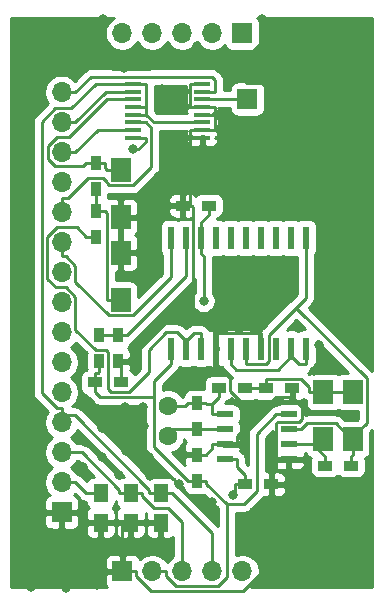
<source format=gtl>
%TF.GenerationSoftware,KiCad,Pcbnew,(5.1.6-0-10_14)*%
%TF.CreationDate,2020-09-10T12:25:10+09:00*%
%TF.ProjectId,qPCR-photosensing,71504352-2d70-4686-9f74-6f73656e7369,rev?*%
%TF.SameCoordinates,Original*%
%TF.FileFunction,Copper,L1,Top*%
%TF.FilePolarity,Positive*%
%FSLAX46Y46*%
G04 Gerber Fmt 4.6, Leading zero omitted, Abs format (unit mm)*
G04 Created by KiCad (PCBNEW (5.1.6-0-10_14)) date 2020-09-10 12:25:10*
%MOMM*%
%LPD*%
G01*
G04 APERTURE LIST*
%TA.AperFunction,SMDPad,CuDef*%
%ADD10R,1.200000X0.900000*%
%TD*%
%TA.AperFunction,SMDPad,CuDef*%
%ADD11R,1.700000X2.000000*%
%TD*%
%TA.AperFunction,SMDPad,CuDef*%
%ADD12R,0.900000X1.200000*%
%TD*%
%TA.AperFunction,ComponentPad*%
%ADD13C,1.600000*%
%TD*%
%TA.AperFunction,ComponentPad*%
%ADD14O,1.700000X1.700000*%
%TD*%
%TA.AperFunction,ComponentPad*%
%ADD15R,1.700000X1.700000*%
%TD*%
%TA.AperFunction,SMDPad,CuDef*%
%ADD16R,0.558800X1.981200*%
%TD*%
%TA.AperFunction,SMDPad,CuDef*%
%ADD17R,1.473200X0.355600*%
%TD*%
%TA.AperFunction,SMDPad,CuDef*%
%ADD18R,1.460500X0.558800*%
%TD*%
%TA.AperFunction,SMDPad,CuDef*%
%ADD19R,1.250000X1.500000*%
%TD*%
%TA.AperFunction,ViaPad*%
%ADD20C,0.800000*%
%TD*%
%TA.AperFunction,Conductor*%
%ADD21C,0.250000*%
%TD*%
%TA.AperFunction,Conductor*%
%ADD22C,0.254000*%
%TD*%
G04 APERTURE END LIST*
D10*
%TO.P,C1,2*%
%TO.N,GND*%
X93000000Y-94000000D03*
%TO.P,C1,1*%
%TO.N,+10V*%
X90800000Y-94000000D03*
%TD*%
%TO.P,C2,1*%
%TO.N,-10V*%
X100470800Y-79038200D03*
%TO.P,C2,2*%
%TO.N,GND*%
X98270800Y-79038200D03*
%TD*%
D11*
%TO.P,C3,2*%
%TO.N,GND*%
X93000000Y-83000000D03*
%TO.P,C3,1*%
%TO.N,Net-(C3-Pad1)*%
X93000000Y-87000000D03*
%TD*%
D12*
%TO.P,C4,1*%
%TO.N,+10V*%
X99444300Y-102305000D03*
%TO.P,C4,2*%
%TO.N,GND*%
X99444300Y-100105000D03*
%TD*%
D11*
%TO.P,C5,1*%
%TO.N,GND*%
X93000000Y-80000000D03*
%TO.P,C5,2*%
%TO.N,/PHOTO_OUT*%
X93000000Y-76000000D03*
%TD*%
D10*
%TO.P,C6,2*%
%TO.N,GND*%
X105769000Y-102619000D03*
%TO.P,C6,1*%
%TO.N,-10V*%
X103569000Y-102619000D03*
%TD*%
D13*
%TO.P,C7,2*%
%TO.N,Net-(C7-Pad2)*%
X97000000Y-96000000D03*
%TO.P,C7,1*%
%TO.N,PD_MUX_OUT*%
X97000000Y-98500000D03*
%TD*%
D11*
%TO.P,C8,1*%
%TO.N,Net-(C8-Pad1)*%
X110163000Y-98821500D03*
%TO.P,C8,2*%
%TO.N,Net-(C8-Pad2)*%
X110163000Y-94821500D03*
%TD*%
%TO.P,C9,2*%
%TO.N,Net-(C8-Pad2)*%
X112652000Y-94821500D03*
%TO.P,C9,1*%
%TO.N,/AMP_OUT*%
X112652000Y-98821500D03*
%TD*%
D14*
%TO.P,J1,15*%
%TO.N,THERM_WELL*%
X88000000Y-69440000D03*
%TO.P,J1,14*%
%TO.N,THERM_AIR*%
X88000000Y-71980000D03*
%TO.P,J1,13*%
%TO.N,I2C_SDA*%
X88000000Y-74520000D03*
%TO.P,J1,12*%
%TO.N,I2C_SCL*%
X88000000Y-77060000D03*
%TO.P,J1,11*%
%TO.N,ADC_DRDY*%
X88000000Y-79600000D03*
%TO.P,J1,10*%
%TO.N,PD_REF_PWM*%
X88000000Y-82140000D03*
%TO.P,J1,9*%
%TO.N,PD_MUX_GPIO1*%
X88000000Y-84680000D03*
%TO.P,J1,8*%
%TO.N,PD_MUX_GPIO2*%
X88000000Y-87220000D03*
%TO.P,J1,7*%
%TO.N,PD_MUX_GPIO3*%
X88000000Y-89760000D03*
%TO.P,J1,6*%
%TO.N,PD_MUX_GPIO4*%
X88000000Y-92300000D03*
%TO.P,J1,5*%
%TO.N,PD_MUX_GPIO5*%
X88000000Y-94840000D03*
%TO.P,J1,4*%
%TO.N,VCC_LOGIC*%
X88000000Y-97380000D03*
%TO.P,J1,3*%
%TO.N,-10V*%
X88000000Y-99920000D03*
%TO.P,J1,2*%
%TO.N,+10V*%
X88000000Y-102460000D03*
D15*
%TO.P,J1,1*%
%TO.N,GND*%
X88000000Y-105000000D03*
%TD*%
D14*
%TO.P,J3,5*%
%TO.N,PD_MUX_OUT*%
X103298000Y-110000000D03*
%TO.P,J3,4*%
%TO.N,VCC_LOGIC*%
X100758000Y-110000000D03*
%TO.P,J3,3*%
%TO.N,-10V*%
X98218000Y-110000000D03*
%TO.P,J3,2*%
%TO.N,+10V*%
X95678000Y-110000000D03*
D15*
%TO.P,J3,1*%
%TO.N,GND*%
X93138000Y-110000000D03*
%TD*%
%TO.P,J4,1*%
%TO.N,PD_MUX_GPIO5*%
X103298000Y-64440000D03*
D14*
%TO.P,J4,2*%
%TO.N,PD_MUX_GPIO4*%
X100758000Y-64440000D03*
%TO.P,J4,3*%
%TO.N,PD_MUX_GPIO3*%
X98218000Y-64440000D03*
%TO.P,J4,4*%
%TO.N,PD_MUX_GPIO2*%
X95678000Y-64440000D03*
%TO.P,J4,5*%
%TO.N,PD_MUX_GPIO1*%
X93138000Y-64440000D03*
%TD*%
D12*
%TO.P,R1,2*%
%TO.N,Net-(R1-Pad2)*%
X92765600Y-90000000D03*
%TO.P,R1,1*%
%TO.N,GND*%
X92765600Y-92200000D03*
%TD*%
%TO.P,R2,1*%
%TO.N,Net-(R1-Pad2)*%
X91190800Y-90000000D03*
%TO.P,R2,2*%
%TO.N,+10V*%
X91190800Y-92200000D03*
%TD*%
%TO.P,R3,2*%
%TO.N,Net-(R3-Pad2)*%
X90875100Y-81657800D03*
%TO.P,R3,1*%
%TO.N,Net-(C3-Pad1)*%
X90875100Y-79457800D03*
%TD*%
%TO.P,R4,1*%
%TO.N,Net-(C3-Pad1)*%
X90875100Y-77619200D03*
%TO.P,R4,2*%
%TO.N,/PHOTO_OUT*%
X90875100Y-75419200D03*
%TD*%
D10*
%TO.P,R5,1*%
%TO.N,/AMP_OUT*%
X112500000Y-101044000D03*
%TO.P,R5,2*%
%TO.N,Net-(C8-Pad1)*%
X110300000Y-101044000D03*
%TD*%
D12*
%TO.P,R6,2*%
%TO.N,Net-(C7-Pad2)*%
X99444300Y-95778900D03*
%TO.P,R6,1*%
%TO.N,PD_MUX_OUT*%
X99444300Y-97978900D03*
%TD*%
D10*
%TO.P,R7,1*%
%TO.N,Net-(C8-Pad2)*%
X103491000Y-94465900D03*
%TO.P,R7,2*%
%TO.N,Net-(C7-Pad2)*%
X101291000Y-94465900D03*
%TD*%
%TO.P,R8,2*%
%TO.N,GND*%
X107522000Y-94465900D03*
%TO.P,R8,1*%
%TO.N,Net-(C8-Pad2)*%
X105322000Y-94465900D03*
%TD*%
D16*
%TO.P,U1,20*%
%TO.N,Net-(U1-Pad15)*%
X108685000Y-91141300D03*
%TO.P,U1,19*%
X107415000Y-91141300D03*
%TO.P,U1,18*%
%TO.N,Net-(U1-Pad18)*%
X106145000Y-91141300D03*
%TO.P,U1,17*%
%TO.N,GND*%
X104875000Y-91141300D03*
%TO.P,U1,16*%
%TO.N,/AMP_OUT*%
X103605000Y-91141300D03*
%TO.P,U1,15*%
%TO.N,Net-(U1-Pad15)*%
X102335000Y-91141300D03*
%TO.P,U1,14*%
%TO.N,GND*%
X101065000Y-91141300D03*
%TO.P,U1,13*%
%TO.N,Net-(R3-Pad2)*%
X99795000Y-91141300D03*
%TO.P,U1,12*%
X98525000Y-91141300D03*
%TO.P,U1,11*%
%TO.N,+10V*%
X97255000Y-91141300D03*
%TO.P,U1,10*%
%TO.N,PD_REF_PWM*%
X97255000Y-81768700D03*
%TO.P,U1,9*%
%TO.N,Net-(R1-Pad2)*%
X98525000Y-81768700D03*
%TO.P,U1,8*%
%TO.N,-10V*%
X99795000Y-81768700D03*
%TO.P,U1,7*%
%TO.N,Net-(U1-Pad7)*%
X101065000Y-81768700D03*
%TO.P,U1,6*%
%TO.N,Net-(U1-Pad6)*%
X102335000Y-81768700D03*
%TO.P,U1,5*%
%TO.N,Net-(U1-Pad5)*%
X103605000Y-81768700D03*
%TO.P,U1,4*%
%TO.N,Net-(U1-Pad4)*%
X104875000Y-81768700D03*
%TO.P,U1,3*%
%TO.N,Net-(U1-Pad3)*%
X106145000Y-81768700D03*
%TO.P,U1,2*%
%TO.N,Net-(U1-Pad2)*%
X107415000Y-81768700D03*
%TO.P,U1,1*%
%TO.N,/AMP_OUT*%
X108685000Y-81768700D03*
%TD*%
D17*
%TO.P,U2,16*%
%TO.N,I2C_SCL*%
X94079000Y-73274999D03*
%TO.P,U2,15*%
%TO.N,I2C_SDA*%
X94079000Y-72624998D03*
%TO.P,U2,14*%
%TO.N,ADC_DRDY*%
X94079000Y-71974999D03*
%TO.P,U2,13*%
%TO.N,VCC_LOGIC*%
X94079000Y-71324998D03*
%TO.P,U2,12*%
X94079000Y-70674999D03*
%TO.P,U2,11*%
%TO.N,/PHOTO_OUT*%
X94079000Y-70025001D03*
%TO.P,U2,10*%
%TO.N,THERM_AIR*%
X94079000Y-69374999D03*
%TO.P,U2,9*%
%TO.N,VCC_LOGIC*%
X94079000Y-68725001D03*
%TO.P,U2,8*%
%TO.N,GND*%
X99921000Y-68725001D03*
%TO.P,U2,7*%
%TO.N,THERM_WELL*%
X99921000Y-69375002D03*
%TO.P,U2,6*%
%TO.N,THERM_TEST*%
X99921000Y-70025001D03*
%TO.P,U2,5*%
%TO.N,GND*%
X99921000Y-70675002D03*
%TO.P,U2,4*%
X99921000Y-71325001D03*
%TO.P,U2,3*%
%TO.N,VCC_LOGIC*%
X99921000Y-71974999D03*
%TO.P,U2,2*%
%TO.N,GND*%
X99921000Y-72625001D03*
%TO.P,U2,1*%
X99921000Y-73274999D03*
%TD*%
D18*
%TO.P,U3,8*%
%TO.N,+10V*%
X107248150Y-96701100D03*
%TO.P,U3,7*%
%TO.N,/AMP_OUT*%
X107248150Y-97971100D03*
%TO.P,U3,6*%
%TO.N,Net-(C8-Pad1)*%
X107248150Y-99241100D03*
%TO.P,U3,5*%
%TO.N,GND*%
X107248150Y-100511100D03*
%TO.P,U3,4*%
%TO.N,-10V*%
X101799850Y-100511100D03*
%TO.P,U3,3*%
%TO.N,GND*%
X101799850Y-99241100D03*
%TO.P,U3,2*%
%TO.N,PD_MUX_OUT*%
X101799850Y-97971100D03*
%TO.P,U3,1*%
%TO.N,Net-(C7-Pad2)*%
X101799850Y-96701100D03*
%TD*%
D15*
%TO.P,J2,1*%
%TO.N,THERM_TEST*%
X103721000Y-70000000D03*
%TD*%
D19*
%TO.P,C10,2*%
%TO.N,GND*%
X91313000Y-105873000D03*
%TO.P,C10,1*%
%TO.N,+10V*%
X91313000Y-103373000D03*
%TD*%
%TO.P,C11,1*%
%TO.N,-10V*%
X93853000Y-103373000D03*
%TO.P,C11,2*%
%TO.N,GND*%
X93853000Y-105873000D03*
%TD*%
%TO.P,C12,2*%
%TO.N,GND*%
X96393000Y-105873000D03*
%TO.P,C12,1*%
%TO.N,VCC_LOGIC*%
X96393000Y-103373000D03*
%TD*%
D20*
%TO.N,GND*%
X84579460Y-63802260D03*
X87673180Y-65430400D03*
X93296740Y-67358260D03*
X91516200Y-63258700D03*
X84637880Y-68770500D03*
X86133940Y-70485000D03*
X96514920Y-69171820D03*
X96616520Y-66207640D03*
X99453700Y-65491360D03*
X104973120Y-63243460D03*
X103568500Y-66591180D03*
X103662480Y-67950080D03*
X105808780Y-68635880D03*
X105661460Y-71714360D03*
X103680260Y-72082660D03*
X103746300Y-75069700D03*
X113893600Y-63550800D03*
X109857540Y-63451740D03*
X107508040Y-67223640D03*
X111246920Y-65900300D03*
X111412020Y-70332600D03*
X108402120Y-69804280D03*
X105902760Y-74973180D03*
X104129840Y-79308960D03*
X108404660Y-79217520D03*
X113682780Y-72539860D03*
X108567220Y-72247760D03*
X108678980Y-75242420D03*
X111818420Y-75023980D03*
X113609120Y-77690980D03*
X111198660Y-80284320D03*
X110213140Y-83461860D03*
X113644680Y-83535520D03*
X110111540Y-87652860D03*
X113921540Y-91876880D03*
X112359440Y-89367360D03*
X113898680Y-86725760D03*
X111447580Y-92796360D03*
X109331760Y-93050360D03*
X109768640Y-90825320D03*
X107950000Y-89268300D03*
X104432100Y-88595200D03*
X107109260Y-86050120D03*
X107284520Y-83962240D03*
X102273100Y-83835240D03*
X104581960Y-85750400D03*
X101498400Y-85836760D03*
X100832920Y-88597740D03*
X107764580Y-102184200D03*
X110106460Y-102679500D03*
X113482120Y-102725220D03*
X113743740Y-105760520D03*
X110012480Y-105745280D03*
X106420920Y-104300020D03*
X106451400Y-107492800D03*
X105376980Y-110713520D03*
X108658660Y-110744000D03*
X111523780Y-110804960D03*
X113850420Y-110744000D03*
X113880900Y-108358940D03*
X111343440Y-108297980D03*
X108897420Y-108386880D03*
X90965020Y-111168180D03*
X88366600Y-111366300D03*
X85445600Y-111340900D03*
X84074000Y-109893100D03*
X84096860Y-106906060D03*
X86316820Y-108224320D03*
X87185500Y-106761280D03*
X89131140Y-106728260D03*
X92461080Y-107919520D03*
X89148920Y-108963460D03*
X84551520Y-104226360D03*
X89773760Y-101158040D03*
X89971880Y-99011740D03*
X92847160Y-101861620D03*
X91457780Y-100342700D03*
X95521780Y-101894640D03*
X91391740Y-97899220D03*
X93347540Y-96055180D03*
X94866460Y-96121220D03*
X93428820Y-99791520D03*
X95013780Y-97703640D03*
X95437960Y-100296980D03*
X97901760Y-102631240D03*
X100693220Y-104145080D03*
X84556600Y-73977500D03*
X84863940Y-77226160D03*
X84836000Y-79916020D03*
X84919820Y-82100420D03*
X84668360Y-71988680D03*
X84640420Y-84874100D03*
X84703920Y-87233760D03*
X84800440Y-89882980D03*
X84848700Y-92486480D03*
X84703920Y-94993460D03*
X85041740Y-97500440D03*
X84945220Y-100007420D03*
X85138260Y-102463600D03*
%TO.N,-10V*%
X100021900Y-87090100D03*
X102538000Y-103555900D03*
%TO.N,I2C_SCL*%
X94069400Y-74272800D03*
%TD*%
D21*
%TO.N,GND*%
X99129800Y-87890200D02*
X101065000Y-89825400D01*
X99050300Y-79038200D02*
X99129800Y-79117700D01*
X99129800Y-79117700D02*
X99129800Y-87890200D01*
X99129800Y-87890200D02*
X97850700Y-87890200D01*
X97850700Y-87890200D02*
X93540900Y-92200000D01*
X93153300Y-92200000D02*
X93000000Y-92353300D01*
X93000000Y-92353300D02*
X93000000Y-94000000D01*
X93153300Y-92200000D02*
X93540900Y-92200000D01*
X92765600Y-92200000D02*
X93153300Y-92200000D01*
X107522000Y-95241200D02*
X108332100Y-96051300D01*
X108332100Y-96051300D02*
X108332100Y-97088300D01*
X108332100Y-97088300D02*
X108082300Y-97338100D01*
X108082300Y-97338100D02*
X106310700Y-97338100D01*
X106310700Y-97338100D02*
X106192700Y-97456100D01*
X106192700Y-97456100D02*
X106192700Y-100511100D01*
X104429500Y-96927200D02*
X106115500Y-95241200D01*
X106115500Y-95241200D02*
X107522000Y-95241200D01*
X105769000Y-102619000D02*
X105769000Y-101843700D01*
X105769000Y-101843700D02*
X106192700Y-101420000D01*
X106192700Y-101420000D02*
X106192700Y-100511100D01*
X94313300Y-110000000D02*
X94313300Y-110367300D01*
X94313300Y-110367300D02*
X95610600Y-111664600D01*
X95610600Y-111664600D02*
X103363400Y-111664600D01*
X103363400Y-111664600D02*
X105769000Y-109259000D01*
X105769000Y-109259000D02*
X105769000Y-102619000D01*
X107248200Y-100511100D02*
X106192700Y-100511100D01*
X104875000Y-91141300D02*
X104875000Y-89825400D01*
X101065000Y-89825400D02*
X104875000Y-89825400D01*
X101065000Y-89938000D02*
X101065000Y-89825400D01*
X101065000Y-91141300D02*
X101065000Y-89938000D01*
X101065000Y-91799200D02*
X101065000Y-91141300D01*
X101065000Y-91799200D02*
X101065000Y-92457200D01*
X99131700Y-73275000D02*
X98859100Y-73002400D01*
X98859100Y-73002400D02*
X98859100Y-72625000D01*
X99390100Y-73275000D02*
X99131700Y-73275000D01*
X99131700Y-73275000D02*
X98859100Y-73275000D01*
X99921000Y-72625000D02*
X98859100Y-72625000D01*
X99921000Y-73275000D02*
X99390100Y-73275000D01*
X98891900Y-79038200D02*
X98859100Y-79005400D01*
X98859100Y-79005400D02*
X98859100Y-73275000D01*
X98891900Y-79038200D02*
X99050300Y-79038200D01*
X98733500Y-79038200D02*
X98891900Y-79038200D01*
X93000000Y-80000000D02*
X94175300Y-80000000D01*
X98270800Y-79038200D02*
X95137100Y-79038200D01*
X95137100Y-79038200D02*
X94175300Y-80000000D01*
X98733500Y-79038200D02*
X98270800Y-79038200D01*
X102855500Y-99241100D02*
X102855500Y-98501200D01*
X102855500Y-98501200D02*
X104429500Y-96927200D01*
X101065000Y-92457200D02*
X102262100Y-93654300D01*
X102262100Y-93654300D02*
X102262100Y-94759800D01*
X102262100Y-94759800D02*
X104429500Y-96927200D01*
X101799900Y-99241100D02*
X102855500Y-99241100D01*
X101769900Y-99241100D02*
X101799900Y-99241100D01*
X101769900Y-99241100D02*
X100744400Y-99241100D01*
X107522000Y-94465900D02*
X107522000Y-95241200D01*
X100710300Y-71325000D02*
X100982900Y-71052400D01*
X100982900Y-71052400D02*
X100982900Y-70675000D01*
X100452000Y-71325000D02*
X100710300Y-71325000D01*
X100710300Y-71325000D02*
X100982900Y-71325000D01*
X99921000Y-70675000D02*
X100982900Y-70675000D01*
X99921000Y-71325000D02*
X100452000Y-71325000D01*
X100982900Y-72625000D02*
X100982900Y-71325000D01*
X99921000Y-72625000D02*
X100982900Y-72625000D01*
X99921000Y-68725000D02*
X98859100Y-68725000D01*
X99921000Y-70675000D02*
X98859100Y-70675000D01*
X93000000Y-80000000D02*
X93000000Y-83000000D01*
X96393000Y-105873000D02*
X93853000Y-105873000D01*
X88000000Y-105000000D02*
X89175300Y-105000000D01*
X91313000Y-105873000D02*
X90048300Y-105873000D01*
X90048300Y-105873000D02*
X89175300Y-105000000D01*
X93138000Y-105873000D02*
X91313000Y-105873000D01*
X93853000Y-105873000D02*
X93138000Y-105873000D01*
X93138000Y-105873000D02*
X93138000Y-108824700D01*
X93138000Y-110000000D02*
X93138000Y-108824700D01*
X100744400Y-99241100D02*
X100744400Y-99580200D01*
X100744400Y-99580200D02*
X100219600Y-100105000D01*
X93138000Y-110000000D02*
X94313300Y-110000000D01*
X99444300Y-100105000D02*
X100219600Y-100105000D01*
X86045040Y-63802260D02*
X87673180Y-65430400D01*
X84579460Y-63802260D02*
X86045040Y-63802260D01*
X87673180Y-65430400D02*
X89344500Y-65430400D01*
X92346780Y-67457320D02*
X89832180Y-64942720D01*
X94007940Y-67457320D02*
X92346780Y-67457320D01*
X89832180Y-64942720D02*
X91516200Y-63258700D01*
X89344500Y-65430400D02*
X89832180Y-64942720D01*
X86443820Y-70576440D02*
X86707980Y-70576440D01*
X84637880Y-68770500D02*
X86443820Y-70576440D01*
X87673180Y-65735200D02*
X87673180Y-65430400D01*
X84637880Y-68770500D02*
X87673180Y-65735200D01*
X95366840Y-67457320D02*
X96616520Y-66207640D01*
X94007940Y-67457320D02*
X95366840Y-67457320D01*
X98737420Y-66207640D02*
X99453700Y-65491360D01*
X96616520Y-66207640D02*
X98737420Y-66207640D01*
X96514920Y-69171820D02*
X98556600Y-69171820D01*
X98859100Y-69474320D02*
X98859100Y-68725000D01*
X98556600Y-69171820D02*
X98859100Y-69474320D01*
X98859100Y-70675000D02*
X98859100Y-69474320D01*
X100553520Y-66591180D02*
X103568500Y-66591180D01*
X99453700Y-65491360D02*
X100553520Y-66591180D01*
X104973120Y-65186560D02*
X104973120Y-63243460D01*
X103568500Y-66591180D02*
X104973120Y-65186560D01*
X103261160Y-66898520D02*
X103568500Y-66591180D01*
X103261160Y-68226940D02*
X103261160Y-66898520D01*
X103670100Y-68635880D02*
X103261160Y-68226940D01*
X105808780Y-68635880D02*
X103670100Y-68635880D01*
X105661460Y-68783200D02*
X105808780Y-68635880D01*
X105661460Y-71714360D02*
X105661460Y-68783200D01*
X103294180Y-71714360D02*
X103233220Y-71775320D01*
X105661460Y-71714360D02*
X103294180Y-71714360D01*
X103261160Y-71803260D02*
X103233220Y-71775320D01*
X103261160Y-75062080D02*
X103261160Y-71803260D01*
X89148920Y-110583980D02*
X88366600Y-111366300D01*
X89148920Y-108963460D02*
X89148920Y-110583980D01*
X84074000Y-109969300D02*
X85445600Y-111340900D01*
X84074000Y-109893100D02*
X84074000Y-109969300D01*
%TO.N,+10V*%
X99444300Y-102305000D02*
X100219600Y-102305000D01*
X101967600Y-104306800D02*
X103402200Y-104306800D01*
X103402200Y-104306800D02*
X104517900Y-103191100D01*
X104517900Y-103191100D02*
X104517900Y-98375900D01*
X104517900Y-98375900D02*
X106192700Y-96701100D01*
X96853300Y-110000000D02*
X96853300Y-110367300D01*
X96853300Y-110367300D02*
X97700200Y-111214200D01*
X97700200Y-111214200D02*
X101262200Y-111214200D01*
X101262200Y-111214200D02*
X101967600Y-110508800D01*
X101967600Y-110508800D02*
X101967600Y-104306800D01*
X101967600Y-104306800D02*
X100219600Y-102558800D01*
X100219600Y-102558800D02*
X100219600Y-102305000D01*
X95829100Y-95241100D02*
X95829100Y-93883100D01*
X95829100Y-93883100D02*
X97255000Y-92457200D01*
X98669000Y-102305000D02*
X95829100Y-99465100D01*
X95829100Y-99465100D02*
X95829100Y-95241100D01*
X95829100Y-95241100D02*
X91265800Y-95241100D01*
X91265800Y-95241100D02*
X90800000Y-94775300D01*
X90800000Y-94000000D02*
X90800000Y-94775300D01*
X97255000Y-91141300D02*
X97255000Y-92457200D01*
X99444300Y-102305000D02*
X98669000Y-102305000D01*
X107248200Y-96701100D02*
X106192700Y-96701100D01*
X95678000Y-110000000D02*
X96853300Y-110000000D01*
X88000000Y-102460000D02*
X89175300Y-102460000D01*
X91313000Y-103373000D02*
X90088300Y-103373000D01*
X90088300Y-103373000D02*
X89175300Y-102460000D01*
X90800000Y-94000000D02*
X90800000Y-93224700D01*
X91190800Y-92200000D02*
X91190800Y-93125300D01*
X91190800Y-93125300D02*
X91091400Y-93224700D01*
X91091400Y-93224700D02*
X90800000Y-93224700D01*
%TO.N,-10V*%
X99795000Y-83084600D02*
X100021900Y-83311500D01*
X100021900Y-83311500D02*
X100021900Y-87090100D01*
X99795000Y-81768700D02*
X99795000Y-83084600D01*
X93853000Y-103373000D02*
X94803300Y-103373000D01*
X94803300Y-103373000D02*
X94803300Y-103640300D01*
X94803300Y-103640300D02*
X95786000Y-104623000D01*
X95786000Y-104623000D02*
X97048200Y-104623000D01*
X97048200Y-104623000D02*
X98218000Y-105792800D01*
X98218000Y-105792800D02*
X98218000Y-108824700D01*
X93377900Y-103373000D02*
X93853000Y-103373000D01*
X98218000Y-110000000D02*
X98218000Y-108824700D01*
X102643700Y-102619000D02*
X102643700Y-103450200D01*
X102643700Y-103450200D02*
X102538000Y-103555900D01*
X103569000Y-102619000D02*
X102643700Y-102619000D01*
X99795000Y-81768700D02*
X99795000Y-80452800D01*
X100470800Y-79038200D02*
X100470800Y-79813500D01*
X99795000Y-80452800D02*
X99831500Y-80452800D01*
X99831500Y-80452800D02*
X100470800Y-79813500D01*
X102855500Y-100511100D02*
X102855500Y-101130200D01*
X102855500Y-101130200D02*
X103569000Y-101843700D01*
X93377900Y-103373000D02*
X92902700Y-103373000D01*
X88000000Y-99920000D02*
X89717000Y-99920000D01*
X89717000Y-99920000D02*
X92902700Y-103105700D01*
X92902700Y-103105700D02*
X92902700Y-103373000D01*
X103569000Y-102619000D02*
X103569000Y-101843700D01*
X101799900Y-100511100D02*
X102855500Y-100511100D01*
%TO.N,Net-(C3-Pad1)*%
X90875100Y-79457800D02*
X91650400Y-79457800D01*
X93000000Y-87000000D02*
X91824700Y-87000000D01*
X91824700Y-87000000D02*
X91824700Y-79632100D01*
X91824700Y-79632100D02*
X91650400Y-79457800D01*
X90875100Y-77619200D02*
X90875100Y-79457800D01*
%TO.N,/PHOTO_OUT*%
X90875100Y-75419200D02*
X90099800Y-75419200D01*
X94079000Y-70025000D02*
X91855200Y-70025000D01*
X91855200Y-70025000D02*
X88630200Y-73250000D01*
X88630200Y-73250000D02*
X87579400Y-73250000D01*
X87579400Y-73250000D02*
X86809700Y-74019700D01*
X86809700Y-74019700D02*
X86809700Y-75060100D01*
X86809700Y-75060100D02*
X87462800Y-75713200D01*
X87462800Y-75713200D02*
X89805800Y-75713200D01*
X89805800Y-75713200D02*
X90099800Y-75419200D01*
X90875100Y-75419200D02*
X91650400Y-75419200D01*
X93000000Y-76000000D02*
X91824700Y-76000000D01*
X91650400Y-75419200D02*
X91650400Y-75825700D01*
X91650400Y-75825700D02*
X91824700Y-76000000D01*
%TO.N,Net-(C7-Pad2)*%
X99444300Y-95778900D02*
X98669000Y-95778900D01*
X97000000Y-96000000D02*
X98447900Y-96000000D01*
X98447900Y-96000000D02*
X98669000Y-95778900D01*
X100744400Y-95787800D02*
X101291000Y-95241200D01*
X100744400Y-96701100D02*
X100744400Y-95787800D01*
X100744400Y-95787800D02*
X100228500Y-95787800D01*
X100228500Y-95787800D02*
X100219600Y-95778900D01*
X99444300Y-95778900D02*
X100219600Y-95778900D01*
X101799900Y-96701100D02*
X100744400Y-96701100D01*
X101291000Y-94465900D02*
X101291000Y-95241200D01*
%TO.N,PD_MUX_OUT*%
X99444300Y-97978900D02*
X100219600Y-97978900D01*
X101799900Y-97971100D02*
X100227400Y-97971100D01*
X100227400Y-97971100D02*
X100219600Y-97978900D01*
X99444300Y-97978900D02*
X97521100Y-97978900D01*
X97521100Y-97978900D02*
X97000000Y-98500000D01*
%TO.N,Net-(C8-Pad1)*%
X109575400Y-99241100D02*
X109575400Y-99544100D01*
X109575400Y-99544100D02*
X110300000Y-100268700D01*
X109575400Y-98821500D02*
X109575400Y-99241100D01*
X108303800Y-99241100D02*
X109575400Y-99241100D01*
X107248200Y-99241100D02*
X108303800Y-99241100D01*
X110300000Y-101044000D02*
X110300000Y-100268700D01*
X110163000Y-98821500D02*
X109575400Y-98821500D01*
%TO.N,Net-(C8-Pad2)*%
X105322000Y-94465900D02*
X105322000Y-93690600D01*
X110163000Y-94821500D02*
X108987700Y-94821500D01*
X108987700Y-94821500D02*
X108987700Y-94397300D01*
X108987700Y-94397300D02*
X108281000Y-93690600D01*
X108281000Y-93690600D02*
X105322000Y-93690600D01*
X112652000Y-94821500D02*
X110163000Y-94821500D01*
X105322000Y-94465900D02*
X104416300Y-94465900D01*
X103491000Y-94465900D02*
X104416300Y-94465900D01*
%TO.N,/AMP_OUT*%
X107839700Y-87658400D02*
X105540200Y-89957900D01*
X105540200Y-89957900D02*
X105540200Y-92212400D01*
X105540200Y-92212400D02*
X105295400Y-92457200D01*
X105295400Y-92457200D02*
X103605000Y-92457200D01*
X108685000Y-83084600D02*
X108685000Y-86813100D01*
X108685000Y-86813100D02*
X107839700Y-87658400D01*
X112414500Y-98821500D02*
X113827400Y-97408600D01*
X113827400Y-97408600D02*
X113827400Y-93646100D01*
X113827400Y-93646100D02*
X107839700Y-87658400D01*
X103605000Y-91141300D02*
X103605000Y-92457200D01*
X108685000Y-81768700D02*
X108685000Y-83084600D01*
X112414500Y-98821500D02*
X112177000Y-98821500D01*
X112652000Y-98821500D02*
X112414500Y-98821500D01*
X107248200Y-97971100D02*
X108303800Y-97971100D01*
X108303800Y-97971100D02*
X108804400Y-97470500D01*
X108804400Y-97470500D02*
X111195000Y-97470500D01*
X111195000Y-97470500D02*
X112177000Y-98452500D01*
X112177000Y-98452500D02*
X112177000Y-98821500D01*
X112500000Y-101044000D02*
X112500000Y-100268700D01*
X112652000Y-98821500D02*
X112652000Y-100146800D01*
X112652000Y-100146800D02*
X112530100Y-100268700D01*
X112530100Y-100268700D02*
X112500000Y-100268700D01*
%TO.N,THERM_WELL*%
X100982900Y-69375000D02*
X100982900Y-68407500D01*
X100982900Y-68407500D02*
X100741400Y-68166000D01*
X100741400Y-68166000D02*
X90449300Y-68166000D01*
X90449300Y-68166000D02*
X89175300Y-69440000D01*
X88000000Y-69440000D02*
X89175300Y-69440000D01*
X99921000Y-69375000D02*
X100982900Y-69375000D01*
%TO.N,THERM_AIR*%
X88000000Y-71980000D02*
X89175300Y-71980000D01*
X94079000Y-69375000D02*
X91780300Y-69375000D01*
X91780300Y-69375000D02*
X89175300Y-71980000D01*
%TO.N,I2C_SDA*%
X88000000Y-74520000D02*
X89175300Y-74520000D01*
X94079000Y-72625000D02*
X91070300Y-72625000D01*
X91070300Y-72625000D02*
X89175300Y-74520000D01*
%TO.N,I2C_SCL*%
X95140900Y-73275000D02*
X95140900Y-73616800D01*
X95140900Y-73616800D02*
X94485000Y-74272700D01*
X94485000Y-74272700D02*
X94069400Y-74272700D01*
X94069400Y-74272700D02*
X94069400Y-74272800D01*
X94079000Y-73275000D02*
X95140900Y-73275000D01*
%TO.N,ADC_DRDY*%
X88000000Y-79600000D02*
X88000000Y-78424700D01*
X94079000Y-71975000D02*
X95140900Y-71975000D01*
X95140900Y-71975000D02*
X95607100Y-72441200D01*
X95607100Y-72441200D02*
X95607100Y-75721900D01*
X95607100Y-75721900D02*
X94003600Y-77325400D01*
X94003600Y-77325400D02*
X92002300Y-77325400D01*
X92002300Y-77325400D02*
X91824600Y-77147700D01*
X91824600Y-77147700D02*
X91824600Y-77034100D01*
X91824600Y-77034100D02*
X91484300Y-76693800D01*
X91484300Y-76693800D02*
X90264200Y-76693800D01*
X90264200Y-76693800D02*
X88533300Y-78424700D01*
X88533300Y-78424700D02*
X88000000Y-78424700D01*
%TO.N,PD_REF_PWM*%
X88000000Y-82140000D02*
X88000000Y-83315300D01*
X97255000Y-81768700D02*
X97255000Y-85099000D01*
X97255000Y-85099000D02*
X94027700Y-88326300D01*
X94027700Y-88326300D02*
X91976100Y-88326300D01*
X91976100Y-88326300D02*
X89175300Y-85525500D01*
X89175300Y-85525500D02*
X89175300Y-84123200D01*
X89175300Y-84123200D02*
X88367400Y-83315300D01*
X88367400Y-83315300D02*
X88000000Y-83315300D01*
%TO.N,VCC_LOGIC*%
X96393000Y-103373000D02*
X95442700Y-103373000D01*
X88000000Y-96792300D02*
X89129300Y-96792300D01*
X89129300Y-96792300D02*
X95442700Y-103105700D01*
X95442700Y-103105700D02*
X95442700Y-103373000D01*
X88000000Y-96792300D02*
X88000000Y-96204700D01*
X88000000Y-97380000D02*
X88000000Y-96792300D01*
X96393000Y-103373000D02*
X97343300Y-103373000D01*
X97343300Y-103373000D02*
X100758000Y-106787700D01*
X100758000Y-106787700D02*
X100758000Y-110000000D01*
X88000000Y-96204700D02*
X87632700Y-96204700D01*
X87632700Y-96204700D02*
X86326700Y-94898700D01*
X86326700Y-94898700D02*
X86326700Y-71948700D01*
X86326700Y-71948700D02*
X87470800Y-70804600D01*
X87470800Y-70804600D02*
X88802600Y-70804600D01*
X88802600Y-70804600D02*
X90882200Y-68725000D01*
X90882200Y-68725000D02*
X94079000Y-68725000D01*
X98859100Y-71975000D02*
X95790900Y-71975000D01*
X95790900Y-71975000D02*
X95140900Y-71325000D01*
X99921000Y-71975000D02*
X98859100Y-71975000D01*
X95140900Y-71325000D02*
X95140900Y-70675000D01*
X95140900Y-71325000D02*
X94079000Y-71325000D01*
X95140900Y-68725000D02*
X95140900Y-70675000D01*
X94079000Y-70675000D02*
X95140900Y-70675000D01*
X94079000Y-68725000D02*
X95140900Y-68725000D01*
%TO.N,THERM_TEST*%
X99921000Y-70025000D02*
X100982900Y-70025000D01*
X103721000Y-70000000D02*
X101007900Y-70000000D01*
X101007900Y-70000000D02*
X100982900Y-70025000D01*
%TO.N,Net-(R1-Pad2)*%
X92765600Y-90000000D02*
X93540900Y-90000000D01*
X98525000Y-81768700D02*
X98525000Y-85015900D01*
X98525000Y-85015900D02*
X93540900Y-90000000D01*
X92765600Y-90000000D02*
X91190800Y-90000000D01*
%TO.N,Net-(R3-Pad2)*%
X98525000Y-90483300D02*
X97803300Y-89761600D01*
X97803300Y-89761600D02*
X96845900Y-89761600D01*
X96845900Y-89761600D02*
X95371100Y-91236400D01*
X95371100Y-91236400D02*
X95371100Y-93151500D01*
X95371100Y-93151500D02*
X93739600Y-94783000D01*
X93739600Y-94783000D02*
X92208900Y-94783000D01*
X92208900Y-94783000D02*
X91966100Y-94540200D01*
X91966100Y-94540200D02*
X91966100Y-91465200D01*
X91966100Y-91465200D02*
X91775500Y-91274600D01*
X91775500Y-91274600D02*
X90925400Y-91274600D01*
X90925400Y-91274600D02*
X89175300Y-89524500D01*
X89175300Y-89524500D02*
X89175300Y-86731100D01*
X89175300Y-86731100D02*
X88394200Y-85950000D01*
X88394200Y-85950000D02*
X87511200Y-85950000D01*
X87511200Y-85950000D02*
X86777100Y-85215900D01*
X86777100Y-85215900D02*
X86777100Y-81685600D01*
X86777100Y-81685600D02*
X87580200Y-80882500D01*
X87580200Y-80882500D02*
X89324500Y-80882500D01*
X89324500Y-80882500D02*
X90099800Y-81657800D01*
X90875100Y-81657800D02*
X90099800Y-81657800D01*
X98525000Y-90483300D02*
X99182900Y-89825400D01*
X99182900Y-89825400D02*
X99795000Y-89825400D01*
X99795000Y-91141300D02*
X99795000Y-89825400D01*
X98525000Y-91141300D02*
X98525000Y-90483300D01*
%TO.N,Net-(U1-Pad15)*%
X102335000Y-91141300D02*
X102335000Y-92457200D01*
X102335000Y-92457200D02*
X102785400Y-92907600D01*
X102785400Y-92907600D02*
X106306600Y-92907600D01*
X106306600Y-92907600D02*
X107415000Y-91799200D01*
X108685000Y-91141300D02*
X108685000Y-92457200D01*
X107415000Y-91799200D02*
X108073000Y-92457200D01*
X108073000Y-92457200D02*
X108685000Y-92457200D01*
X107415000Y-91141300D02*
X107415000Y-91799200D01*
%TD*%
D22*
%TO.N,GND*%
G36*
X114315001Y-111315000D02*
G01*
X104002893Y-111315000D01*
X104244632Y-111153475D01*
X104451475Y-110946632D01*
X104613990Y-110703411D01*
X104725932Y-110433158D01*
X104783000Y-110146260D01*
X104783000Y-109853740D01*
X104725932Y-109566842D01*
X104613990Y-109296589D01*
X104451475Y-109053368D01*
X104244632Y-108846525D01*
X104001411Y-108684010D01*
X103731158Y-108572068D01*
X103444260Y-108515000D01*
X103151740Y-108515000D01*
X102864842Y-108572068D01*
X102727600Y-108628915D01*
X102727600Y-105066800D01*
X103364878Y-105066800D01*
X103402200Y-105070476D01*
X103439522Y-105066800D01*
X103439533Y-105066800D01*
X103551186Y-105055803D01*
X103694447Y-105012346D01*
X103826476Y-104941774D01*
X103942201Y-104846801D01*
X103966004Y-104817798D01*
X105028904Y-103754898D01*
X105057901Y-103731101D01*
X105084455Y-103698745D01*
X105169000Y-103707072D01*
X105483250Y-103704000D01*
X105642000Y-103545250D01*
X105642000Y-102746000D01*
X105896000Y-102746000D01*
X105896000Y-103545250D01*
X106054750Y-103704000D01*
X106369000Y-103707072D01*
X106493482Y-103694812D01*
X106613180Y-103658502D01*
X106723494Y-103599537D01*
X106820185Y-103520185D01*
X106899537Y-103423494D01*
X106958502Y-103313180D01*
X106994812Y-103193482D01*
X107007072Y-103069000D01*
X107004000Y-102904750D01*
X106845250Y-102746000D01*
X105896000Y-102746000D01*
X105642000Y-102746000D01*
X105622000Y-102746000D01*
X105622000Y-102492000D01*
X105642000Y-102492000D01*
X105642000Y-101692750D01*
X105896000Y-101692750D01*
X105896000Y-102492000D01*
X106845250Y-102492000D01*
X107004000Y-102333250D01*
X107007072Y-102169000D01*
X106994812Y-102044518D01*
X106958502Y-101924820D01*
X106899537Y-101814506D01*
X106820185Y-101717815D01*
X106723494Y-101638463D01*
X106613180Y-101579498D01*
X106493482Y-101543188D01*
X106369000Y-101530928D01*
X106054750Y-101534000D01*
X105896000Y-101692750D01*
X105642000Y-101692750D01*
X105483250Y-101534000D01*
X105277900Y-101531993D01*
X105277900Y-100796850D01*
X105882900Y-100796850D01*
X105892468Y-100916877D01*
X105929141Y-101036465D01*
X105988439Y-101146600D01*
X106068084Y-101243050D01*
X106165015Y-101322109D01*
X106275508Y-101380739D01*
X106395315Y-101416686D01*
X106519834Y-101428569D01*
X106962400Y-101425500D01*
X107121150Y-101266750D01*
X107121150Y-100638100D01*
X107375150Y-100638100D01*
X107375150Y-101266750D01*
X107533900Y-101425500D01*
X107976466Y-101428569D01*
X108100985Y-101416686D01*
X108220792Y-101380739D01*
X108331285Y-101322109D01*
X108428216Y-101243050D01*
X108507861Y-101146600D01*
X108567159Y-101036465D01*
X108603832Y-100916877D01*
X108613400Y-100796850D01*
X108454650Y-100638100D01*
X107375150Y-100638100D01*
X107121150Y-100638100D01*
X106041650Y-100638100D01*
X105882900Y-100796850D01*
X105277900Y-100796850D01*
X105277900Y-98690701D01*
X105879828Y-98088773D01*
X105879828Y-98250500D01*
X105892088Y-98374982D01*
X105928398Y-98494680D01*
X105987363Y-98604994D01*
X105988271Y-98606100D01*
X105987363Y-98607206D01*
X105928398Y-98717520D01*
X105892088Y-98837218D01*
X105879828Y-98961700D01*
X105879828Y-99520500D01*
X105892088Y-99644982D01*
X105928398Y-99764680D01*
X105987363Y-99874994D01*
X105988210Y-99876026D01*
X105929141Y-99985735D01*
X105892468Y-100105323D01*
X105882900Y-100225350D01*
X106041650Y-100384100D01*
X107121150Y-100384100D01*
X107121150Y-100364100D01*
X107375150Y-100364100D01*
X107375150Y-100384100D01*
X108454650Y-100384100D01*
X108613400Y-100225350D01*
X108603832Y-100105323D01*
X108571871Y-100001100D01*
X108703908Y-100001100D01*
X108723498Y-100065680D01*
X108782463Y-100175994D01*
X108861815Y-100272685D01*
X108958506Y-100352037D01*
X109068820Y-100411002D01*
X109089991Y-100417424D01*
X109074188Y-100469518D01*
X109061928Y-100594000D01*
X109061928Y-101494000D01*
X109074188Y-101618482D01*
X109110498Y-101738180D01*
X109169463Y-101848494D01*
X109248815Y-101945185D01*
X109345506Y-102024537D01*
X109455820Y-102083502D01*
X109575518Y-102119812D01*
X109700000Y-102132072D01*
X110900000Y-102132072D01*
X111024482Y-102119812D01*
X111144180Y-102083502D01*
X111254494Y-102024537D01*
X111351185Y-101945185D01*
X111400000Y-101885704D01*
X111448815Y-101945185D01*
X111545506Y-102024537D01*
X111655820Y-102083502D01*
X111775518Y-102119812D01*
X111900000Y-102132072D01*
X113100000Y-102132072D01*
X113224482Y-102119812D01*
X113344180Y-102083502D01*
X113454494Y-102024537D01*
X113551185Y-101945185D01*
X113630537Y-101848494D01*
X113689502Y-101738180D01*
X113725812Y-101618482D01*
X113738072Y-101494000D01*
X113738072Y-100594000D01*
X113725812Y-100469518D01*
X113711273Y-100421591D01*
X113746180Y-100411002D01*
X113856494Y-100352037D01*
X113953185Y-100272685D01*
X114032537Y-100175994D01*
X114091502Y-100065680D01*
X114127812Y-99945982D01*
X114140072Y-99821500D01*
X114140072Y-98170730D01*
X114315001Y-97995801D01*
X114315001Y-111315000D01*
G37*
X114315001Y-111315000D02*
X104002893Y-111315000D01*
X104244632Y-111153475D01*
X104451475Y-110946632D01*
X104613990Y-110703411D01*
X104725932Y-110433158D01*
X104783000Y-110146260D01*
X104783000Y-109853740D01*
X104725932Y-109566842D01*
X104613990Y-109296589D01*
X104451475Y-109053368D01*
X104244632Y-108846525D01*
X104001411Y-108684010D01*
X103731158Y-108572068D01*
X103444260Y-108515000D01*
X103151740Y-108515000D01*
X102864842Y-108572068D01*
X102727600Y-108628915D01*
X102727600Y-105066800D01*
X103364878Y-105066800D01*
X103402200Y-105070476D01*
X103439522Y-105066800D01*
X103439533Y-105066800D01*
X103551186Y-105055803D01*
X103694447Y-105012346D01*
X103826476Y-104941774D01*
X103942201Y-104846801D01*
X103966004Y-104817798D01*
X105028904Y-103754898D01*
X105057901Y-103731101D01*
X105084455Y-103698745D01*
X105169000Y-103707072D01*
X105483250Y-103704000D01*
X105642000Y-103545250D01*
X105642000Y-102746000D01*
X105896000Y-102746000D01*
X105896000Y-103545250D01*
X106054750Y-103704000D01*
X106369000Y-103707072D01*
X106493482Y-103694812D01*
X106613180Y-103658502D01*
X106723494Y-103599537D01*
X106820185Y-103520185D01*
X106899537Y-103423494D01*
X106958502Y-103313180D01*
X106994812Y-103193482D01*
X107007072Y-103069000D01*
X107004000Y-102904750D01*
X106845250Y-102746000D01*
X105896000Y-102746000D01*
X105642000Y-102746000D01*
X105622000Y-102746000D01*
X105622000Y-102492000D01*
X105642000Y-102492000D01*
X105642000Y-101692750D01*
X105896000Y-101692750D01*
X105896000Y-102492000D01*
X106845250Y-102492000D01*
X107004000Y-102333250D01*
X107007072Y-102169000D01*
X106994812Y-102044518D01*
X106958502Y-101924820D01*
X106899537Y-101814506D01*
X106820185Y-101717815D01*
X106723494Y-101638463D01*
X106613180Y-101579498D01*
X106493482Y-101543188D01*
X106369000Y-101530928D01*
X106054750Y-101534000D01*
X105896000Y-101692750D01*
X105642000Y-101692750D01*
X105483250Y-101534000D01*
X105277900Y-101531993D01*
X105277900Y-100796850D01*
X105882900Y-100796850D01*
X105892468Y-100916877D01*
X105929141Y-101036465D01*
X105988439Y-101146600D01*
X106068084Y-101243050D01*
X106165015Y-101322109D01*
X106275508Y-101380739D01*
X106395315Y-101416686D01*
X106519834Y-101428569D01*
X106962400Y-101425500D01*
X107121150Y-101266750D01*
X107121150Y-100638100D01*
X107375150Y-100638100D01*
X107375150Y-101266750D01*
X107533900Y-101425500D01*
X107976466Y-101428569D01*
X108100985Y-101416686D01*
X108220792Y-101380739D01*
X108331285Y-101322109D01*
X108428216Y-101243050D01*
X108507861Y-101146600D01*
X108567159Y-101036465D01*
X108603832Y-100916877D01*
X108613400Y-100796850D01*
X108454650Y-100638100D01*
X107375150Y-100638100D01*
X107121150Y-100638100D01*
X106041650Y-100638100D01*
X105882900Y-100796850D01*
X105277900Y-100796850D01*
X105277900Y-98690701D01*
X105879828Y-98088773D01*
X105879828Y-98250500D01*
X105892088Y-98374982D01*
X105928398Y-98494680D01*
X105987363Y-98604994D01*
X105988271Y-98606100D01*
X105987363Y-98607206D01*
X105928398Y-98717520D01*
X105892088Y-98837218D01*
X105879828Y-98961700D01*
X105879828Y-99520500D01*
X105892088Y-99644982D01*
X105928398Y-99764680D01*
X105987363Y-99874994D01*
X105988210Y-99876026D01*
X105929141Y-99985735D01*
X105892468Y-100105323D01*
X105882900Y-100225350D01*
X106041650Y-100384100D01*
X107121150Y-100384100D01*
X107121150Y-100364100D01*
X107375150Y-100364100D01*
X107375150Y-100384100D01*
X108454650Y-100384100D01*
X108613400Y-100225350D01*
X108603832Y-100105323D01*
X108571871Y-100001100D01*
X108703908Y-100001100D01*
X108723498Y-100065680D01*
X108782463Y-100175994D01*
X108861815Y-100272685D01*
X108958506Y-100352037D01*
X109068820Y-100411002D01*
X109089991Y-100417424D01*
X109074188Y-100469518D01*
X109061928Y-100594000D01*
X109061928Y-101494000D01*
X109074188Y-101618482D01*
X109110498Y-101738180D01*
X109169463Y-101848494D01*
X109248815Y-101945185D01*
X109345506Y-102024537D01*
X109455820Y-102083502D01*
X109575518Y-102119812D01*
X109700000Y-102132072D01*
X110900000Y-102132072D01*
X111024482Y-102119812D01*
X111144180Y-102083502D01*
X111254494Y-102024537D01*
X111351185Y-101945185D01*
X111400000Y-101885704D01*
X111448815Y-101945185D01*
X111545506Y-102024537D01*
X111655820Y-102083502D01*
X111775518Y-102119812D01*
X111900000Y-102132072D01*
X113100000Y-102132072D01*
X113224482Y-102119812D01*
X113344180Y-102083502D01*
X113454494Y-102024537D01*
X113551185Y-101945185D01*
X113630537Y-101848494D01*
X113689502Y-101738180D01*
X113725812Y-101618482D01*
X113738072Y-101494000D01*
X113738072Y-100594000D01*
X113725812Y-100469518D01*
X113711273Y-100421591D01*
X113746180Y-100411002D01*
X113856494Y-100352037D01*
X113953185Y-100272685D01*
X114032537Y-100175994D01*
X114091502Y-100065680D01*
X114127812Y-99945982D01*
X114140072Y-99821500D01*
X114140072Y-98170730D01*
X114315001Y-97995801D01*
X114315001Y-111315000D01*
G36*
X92191368Y-63286525D02*
G01*
X91984525Y-63493368D01*
X91822010Y-63736589D01*
X91710068Y-64006842D01*
X91653000Y-64293740D01*
X91653000Y-64586260D01*
X91710068Y-64873158D01*
X91822010Y-65143411D01*
X91984525Y-65386632D01*
X92191368Y-65593475D01*
X92434589Y-65755990D01*
X92704842Y-65867932D01*
X92991740Y-65925000D01*
X93284260Y-65925000D01*
X93571158Y-65867932D01*
X93841411Y-65755990D01*
X94084632Y-65593475D01*
X94291475Y-65386632D01*
X94408000Y-65212240D01*
X94524525Y-65386632D01*
X94731368Y-65593475D01*
X94974589Y-65755990D01*
X95244842Y-65867932D01*
X95531740Y-65925000D01*
X95824260Y-65925000D01*
X96111158Y-65867932D01*
X96381411Y-65755990D01*
X96624632Y-65593475D01*
X96831475Y-65386632D01*
X96948000Y-65212240D01*
X97064525Y-65386632D01*
X97271368Y-65593475D01*
X97514589Y-65755990D01*
X97784842Y-65867932D01*
X98071740Y-65925000D01*
X98364260Y-65925000D01*
X98651158Y-65867932D01*
X98921411Y-65755990D01*
X99164632Y-65593475D01*
X99371475Y-65386632D01*
X99488000Y-65212240D01*
X99604525Y-65386632D01*
X99811368Y-65593475D01*
X100054589Y-65755990D01*
X100324842Y-65867932D01*
X100611740Y-65925000D01*
X100904260Y-65925000D01*
X101191158Y-65867932D01*
X101461411Y-65755990D01*
X101704632Y-65593475D01*
X101836487Y-65461620D01*
X101858498Y-65534180D01*
X101917463Y-65644494D01*
X101996815Y-65741185D01*
X102093506Y-65820537D01*
X102203820Y-65879502D01*
X102323518Y-65915812D01*
X102448000Y-65928072D01*
X104148000Y-65928072D01*
X104272482Y-65915812D01*
X104392180Y-65879502D01*
X104502494Y-65820537D01*
X104599185Y-65741185D01*
X104678537Y-65644494D01*
X104737502Y-65534180D01*
X104773812Y-65414482D01*
X104786072Y-65290000D01*
X104786072Y-63590000D01*
X104773812Y-63465518D01*
X104737502Y-63345820D01*
X104678537Y-63235506D01*
X104599185Y-63138815D01*
X104582351Y-63125000D01*
X114315000Y-63125000D01*
X114315001Y-93058899D01*
X108914501Y-87658400D01*
X109196003Y-87376899D01*
X109225001Y-87353101D01*
X109319974Y-87237376D01*
X109390546Y-87105347D01*
X109434003Y-86962086D01*
X109445000Y-86850433D01*
X109445000Y-86850425D01*
X109448676Y-86813100D01*
X109445000Y-86775775D01*
X109445000Y-83174643D01*
X109494937Y-83113794D01*
X109553902Y-83003480D01*
X109590212Y-82883782D01*
X109602472Y-82759300D01*
X109602472Y-80778100D01*
X109590212Y-80653618D01*
X109553902Y-80533920D01*
X109494937Y-80423606D01*
X109415585Y-80326915D01*
X109318894Y-80247563D01*
X109208580Y-80188598D01*
X109088882Y-80152288D01*
X108964400Y-80140028D01*
X108405600Y-80140028D01*
X108281118Y-80152288D01*
X108161420Y-80188598D01*
X108051106Y-80247563D01*
X108050000Y-80248471D01*
X108048894Y-80247563D01*
X107938580Y-80188598D01*
X107818882Y-80152288D01*
X107694400Y-80140028D01*
X107135600Y-80140028D01*
X107011118Y-80152288D01*
X106891420Y-80188598D01*
X106781106Y-80247563D01*
X106780000Y-80248471D01*
X106778894Y-80247563D01*
X106668580Y-80188598D01*
X106548882Y-80152288D01*
X106424400Y-80140028D01*
X105865600Y-80140028D01*
X105741118Y-80152288D01*
X105621420Y-80188598D01*
X105511106Y-80247563D01*
X105510000Y-80248471D01*
X105508894Y-80247563D01*
X105398580Y-80188598D01*
X105278882Y-80152288D01*
X105154400Y-80140028D01*
X104595600Y-80140028D01*
X104471118Y-80152288D01*
X104351420Y-80188598D01*
X104241106Y-80247563D01*
X104240000Y-80248471D01*
X104238894Y-80247563D01*
X104128580Y-80188598D01*
X104008882Y-80152288D01*
X103884400Y-80140028D01*
X103325600Y-80140028D01*
X103201118Y-80152288D01*
X103081420Y-80188598D01*
X102971106Y-80247563D01*
X102970000Y-80248471D01*
X102968894Y-80247563D01*
X102858580Y-80188598D01*
X102738882Y-80152288D01*
X102614400Y-80140028D01*
X102055600Y-80140028D01*
X101931118Y-80152288D01*
X101811420Y-80188598D01*
X101701106Y-80247563D01*
X101700000Y-80248471D01*
X101698894Y-80247563D01*
X101588580Y-80188598D01*
X101468882Y-80152288D01*
X101344400Y-80140028D01*
X101158022Y-80140028D01*
X101170630Y-80116440D01*
X101195282Y-80114012D01*
X101314980Y-80077702D01*
X101425294Y-80018737D01*
X101521985Y-79939385D01*
X101601337Y-79842694D01*
X101660302Y-79732380D01*
X101696612Y-79612682D01*
X101708872Y-79488200D01*
X101708872Y-78588200D01*
X101696612Y-78463718D01*
X101660302Y-78344020D01*
X101601337Y-78233706D01*
X101521985Y-78137015D01*
X101425294Y-78057663D01*
X101314980Y-77998698D01*
X101195282Y-77962388D01*
X101070800Y-77950128D01*
X99870800Y-77950128D01*
X99746318Y-77962388D01*
X99626620Y-77998698D01*
X99516306Y-78057663D01*
X99419615Y-78137015D01*
X99370800Y-78196496D01*
X99321985Y-78137015D01*
X99225294Y-78057663D01*
X99114980Y-77998698D01*
X98995282Y-77962388D01*
X98870800Y-77950128D01*
X98556550Y-77953200D01*
X98397800Y-78111950D01*
X98397800Y-78911200D01*
X98417800Y-78911200D01*
X98417800Y-79165200D01*
X98397800Y-79165200D01*
X98397800Y-79964450D01*
X98556550Y-80123200D01*
X98870800Y-80126272D01*
X98995282Y-80114012D01*
X99114980Y-80077702D01*
X99141243Y-80063664D01*
X99089454Y-80160553D01*
X99076431Y-80203485D01*
X99048580Y-80188598D01*
X98928882Y-80152288D01*
X98804400Y-80140028D01*
X98245600Y-80140028D01*
X98121118Y-80152288D01*
X98001420Y-80188598D01*
X97891106Y-80247563D01*
X97890000Y-80248471D01*
X97888894Y-80247563D01*
X97778580Y-80188598D01*
X97658882Y-80152288D01*
X97534400Y-80140028D01*
X96975600Y-80140028D01*
X96851118Y-80152288D01*
X96731420Y-80188598D01*
X96621106Y-80247563D01*
X96524415Y-80326915D01*
X96445063Y-80423606D01*
X96386098Y-80533920D01*
X96349788Y-80653618D01*
X96337528Y-80778100D01*
X96337528Y-82759300D01*
X96349788Y-82883782D01*
X96386098Y-83003480D01*
X96445063Y-83113794D01*
X96495000Y-83174643D01*
X96495001Y-84784196D01*
X94488072Y-86791126D01*
X94488072Y-86000000D01*
X94475812Y-85875518D01*
X94439502Y-85755820D01*
X94380537Y-85645506D01*
X94301185Y-85548815D01*
X94204494Y-85469463D01*
X94094180Y-85410498D01*
X93974482Y-85374188D01*
X93850000Y-85361928D01*
X92584700Y-85361928D01*
X92584700Y-84635705D01*
X92714250Y-84635000D01*
X92873000Y-84476250D01*
X92873000Y-83127000D01*
X93127000Y-83127000D01*
X93127000Y-84476250D01*
X93285750Y-84635000D01*
X93850000Y-84638072D01*
X93974482Y-84625812D01*
X94094180Y-84589502D01*
X94204494Y-84530537D01*
X94301185Y-84451185D01*
X94380537Y-84354494D01*
X94439502Y-84244180D01*
X94475812Y-84124482D01*
X94488072Y-84000000D01*
X94485000Y-83285750D01*
X94326250Y-83127000D01*
X93127000Y-83127000D01*
X92873000Y-83127000D01*
X92853000Y-83127000D01*
X92853000Y-82873000D01*
X92873000Y-82873000D01*
X92873000Y-81523750D01*
X92849250Y-81500000D01*
X92873000Y-81476250D01*
X92873000Y-80127000D01*
X93127000Y-80127000D01*
X93127000Y-81476250D01*
X93150750Y-81500000D01*
X93127000Y-81523750D01*
X93127000Y-82873000D01*
X94326250Y-82873000D01*
X94485000Y-82714250D01*
X94488072Y-82000000D01*
X94475812Y-81875518D01*
X94439502Y-81755820D01*
X94380537Y-81645506D01*
X94301185Y-81548815D01*
X94241704Y-81500000D01*
X94301185Y-81451185D01*
X94380537Y-81354494D01*
X94439502Y-81244180D01*
X94475812Y-81124482D01*
X94488072Y-81000000D01*
X94485000Y-80285750D01*
X94326250Y-80127000D01*
X93127000Y-80127000D01*
X92873000Y-80127000D01*
X92853000Y-80127000D01*
X92853000Y-79873000D01*
X92873000Y-79873000D01*
X92873000Y-78523750D01*
X93127000Y-78523750D01*
X93127000Y-79873000D01*
X94326250Y-79873000D01*
X94485000Y-79714250D01*
X94485972Y-79488200D01*
X97032728Y-79488200D01*
X97044988Y-79612682D01*
X97081298Y-79732380D01*
X97140263Y-79842694D01*
X97219615Y-79939385D01*
X97316306Y-80018737D01*
X97426620Y-80077702D01*
X97546318Y-80114012D01*
X97670800Y-80126272D01*
X97985050Y-80123200D01*
X98143800Y-79964450D01*
X98143800Y-79165200D01*
X97194550Y-79165200D01*
X97035800Y-79323950D01*
X97032728Y-79488200D01*
X94485972Y-79488200D01*
X94488072Y-79000000D01*
X94475812Y-78875518D01*
X94439502Y-78755820D01*
X94380537Y-78645506D01*
X94333508Y-78588200D01*
X97032728Y-78588200D01*
X97035800Y-78752450D01*
X97194550Y-78911200D01*
X98143800Y-78911200D01*
X98143800Y-78111950D01*
X97985050Y-77953200D01*
X97670800Y-77950128D01*
X97546318Y-77962388D01*
X97426620Y-77998698D01*
X97316306Y-78057663D01*
X97219615Y-78137015D01*
X97140263Y-78233706D01*
X97081298Y-78344020D01*
X97044988Y-78463718D01*
X97032728Y-78588200D01*
X94333508Y-78588200D01*
X94301185Y-78548815D01*
X94204494Y-78469463D01*
X94094180Y-78410498D01*
X93974482Y-78374188D01*
X93850000Y-78361928D01*
X93285750Y-78365000D01*
X93127000Y-78523750D01*
X92873000Y-78523750D01*
X92714250Y-78365000D01*
X92150000Y-78361928D01*
X92025518Y-78374188D01*
X91933159Y-78402205D01*
X91950912Y-78343682D01*
X91963172Y-78219200D01*
X91963172Y-78085223D01*
X91964967Y-78085400D01*
X91964975Y-78085400D01*
X92002300Y-78089076D01*
X92039625Y-78085400D01*
X93966278Y-78085400D01*
X94003600Y-78089076D01*
X94040922Y-78085400D01*
X94040933Y-78085400D01*
X94152586Y-78074403D01*
X94295847Y-78030946D01*
X94427876Y-77960374D01*
X94543601Y-77865401D01*
X94567403Y-77836398D01*
X96118108Y-76285695D01*
X96147101Y-76261901D01*
X96170895Y-76232908D01*
X96170899Y-76232904D01*
X96242073Y-76146177D01*
X96246724Y-76137476D01*
X96312646Y-76014147D01*
X96356103Y-75870886D01*
X96367100Y-75759233D01*
X96367100Y-75759224D01*
X96370776Y-75721901D01*
X96367100Y-75684578D01*
X96367100Y-72735000D01*
X98549400Y-72735000D01*
X98549400Y-72752003D01*
X98631948Y-72752003D01*
X98549400Y-72834551D01*
X98560534Y-72936692D01*
X98564791Y-72950000D01*
X98560534Y-72963308D01*
X98549400Y-73065449D01*
X98708150Y-73224199D01*
X98709148Y-73224199D01*
X98740060Y-73260729D01*
X98821830Y-73325799D01*
X98708150Y-73325799D01*
X98549400Y-73484549D01*
X98560534Y-73586690D01*
X98598642Y-73705828D01*
X98659261Y-73815242D01*
X98740060Y-73910727D01*
X98837936Y-73988614D01*
X98949125Y-74045911D01*
X99069356Y-74080414D01*
X99194008Y-74090799D01*
X99635250Y-74087799D01*
X99794000Y-73929049D01*
X99794000Y-73325799D01*
X99747252Y-73325799D01*
X99794000Y-73279051D01*
X99794000Y-73127999D01*
X100048000Y-73127999D01*
X100048000Y-73279051D01*
X100094748Y-73325799D01*
X100048000Y-73325799D01*
X100048000Y-73929049D01*
X100206750Y-74087799D01*
X100647992Y-74090799D01*
X100772644Y-74080414D01*
X100892875Y-74045911D01*
X101004064Y-73988614D01*
X101101940Y-73910727D01*
X101182739Y-73815242D01*
X101243358Y-73705828D01*
X101281466Y-73586690D01*
X101292600Y-73484549D01*
X101133850Y-73325799D01*
X101020170Y-73325799D01*
X101101940Y-73260729D01*
X101132852Y-73224199D01*
X101133850Y-73224199D01*
X101292600Y-73065449D01*
X101281466Y-72963308D01*
X101277209Y-72950000D01*
X101281466Y-72936692D01*
X101292600Y-72834551D01*
X101133850Y-72675801D01*
X101132852Y-72675801D01*
X101101940Y-72639271D01*
X101083585Y-72624665D01*
X101108785Y-72603984D01*
X101133227Y-72574201D01*
X101133850Y-72574201D01*
X101292600Y-72415451D01*
X101281466Y-72313310D01*
X101276855Y-72298895D01*
X101283412Y-72277281D01*
X101295672Y-72152799D01*
X101295672Y-71797199D01*
X101283412Y-71672717D01*
X101276856Y-71651105D01*
X101281466Y-71636692D01*
X101292600Y-71534551D01*
X101133850Y-71375801D01*
X101133230Y-71375801D01*
X101108785Y-71346014D01*
X101083587Y-71325335D01*
X101101940Y-71310730D01*
X101132851Y-71274201D01*
X101133850Y-71274201D01*
X101292600Y-71115451D01*
X101281466Y-71013310D01*
X101277209Y-71000002D01*
X101281466Y-70986693D01*
X101292600Y-70884552D01*
X101210052Y-70802004D01*
X101292600Y-70802004D01*
X101292600Y-70760000D01*
X102232928Y-70760000D01*
X102232928Y-70850000D01*
X102245188Y-70974482D01*
X102281498Y-71094180D01*
X102340463Y-71204494D01*
X102419815Y-71301185D01*
X102516506Y-71380537D01*
X102626820Y-71439502D01*
X102746518Y-71475812D01*
X102871000Y-71488072D01*
X104571000Y-71488072D01*
X104695482Y-71475812D01*
X104815180Y-71439502D01*
X104925494Y-71380537D01*
X105022185Y-71301185D01*
X105101537Y-71204494D01*
X105160502Y-71094180D01*
X105196812Y-70974482D01*
X105209072Y-70850000D01*
X105209072Y-69150000D01*
X105196812Y-69025518D01*
X105160502Y-68905820D01*
X105101537Y-68795506D01*
X105022185Y-68698815D01*
X104925494Y-68619463D01*
X104815180Y-68560498D01*
X104695482Y-68524188D01*
X104571000Y-68511928D01*
X102871000Y-68511928D01*
X102746518Y-68524188D01*
X102626820Y-68560498D01*
X102516506Y-68619463D01*
X102419815Y-68698815D01*
X102340463Y-68795506D01*
X102281498Y-68905820D01*
X102245188Y-69025518D01*
X102232928Y-69150000D01*
X102232928Y-69240000D01*
X101742900Y-69240000D01*
X101742900Y-68444833D01*
X101746577Y-68407500D01*
X101731903Y-68258514D01*
X101703840Y-68166001D01*
X101688446Y-68115253D01*
X101617874Y-67983224D01*
X101522901Y-67867499D01*
X101493897Y-67843696D01*
X101305204Y-67655003D01*
X101281401Y-67625999D01*
X101165676Y-67531026D01*
X101033647Y-67460454D01*
X100890386Y-67416997D01*
X100778733Y-67406000D01*
X100778722Y-67406000D01*
X100741400Y-67402324D01*
X100704078Y-67406000D01*
X90486622Y-67406000D01*
X90449299Y-67402324D01*
X90411976Y-67406000D01*
X90411967Y-67406000D01*
X90300314Y-67416997D01*
X90157053Y-67460454D01*
X90025023Y-67531026D01*
X89941383Y-67599668D01*
X89909299Y-67625999D01*
X89885501Y-67654997D01*
X89100303Y-68440196D01*
X88946632Y-68286525D01*
X88703411Y-68124010D01*
X88433158Y-68012068D01*
X88146260Y-67955000D01*
X87853740Y-67955000D01*
X87566842Y-68012068D01*
X87296589Y-68124010D01*
X87053368Y-68286525D01*
X86846525Y-68493368D01*
X86684010Y-68736589D01*
X86572068Y-69006842D01*
X86515000Y-69293740D01*
X86515000Y-69586260D01*
X86572068Y-69873158D01*
X86684010Y-70143411D01*
X86833484Y-70367114D01*
X85815698Y-71384901D01*
X85786700Y-71408699D01*
X85762902Y-71437697D01*
X85762901Y-71437698D01*
X85691726Y-71524424D01*
X85621154Y-71656454D01*
X85611660Y-71687753D01*
X85577698Y-71799714D01*
X85566701Y-71911367D01*
X85563024Y-71948700D01*
X85566701Y-71986033D01*
X85566700Y-94861378D01*
X85563024Y-94898700D01*
X85566700Y-94936022D01*
X85566700Y-94936032D01*
X85577697Y-95047685D01*
X85606891Y-95143926D01*
X85621154Y-95190946D01*
X85691726Y-95322976D01*
X85717699Y-95354624D01*
X85786699Y-95438701D01*
X85815703Y-95462504D01*
X86822509Y-96469311D01*
X86684010Y-96676589D01*
X86572068Y-96946842D01*
X86515000Y-97233740D01*
X86515000Y-97526260D01*
X86572068Y-97813158D01*
X86684010Y-98083411D01*
X86846525Y-98326632D01*
X87053368Y-98533475D01*
X87227760Y-98650000D01*
X87053368Y-98766525D01*
X86846525Y-98973368D01*
X86684010Y-99216589D01*
X86572068Y-99486842D01*
X86515000Y-99773740D01*
X86515000Y-100066260D01*
X86572068Y-100353158D01*
X86684010Y-100623411D01*
X86846525Y-100866632D01*
X87053368Y-101073475D01*
X87227760Y-101190000D01*
X87053368Y-101306525D01*
X86846525Y-101513368D01*
X86684010Y-101756589D01*
X86572068Y-102026842D01*
X86515000Y-102313740D01*
X86515000Y-102606260D01*
X86572068Y-102893158D01*
X86684010Y-103163411D01*
X86846525Y-103406632D01*
X86978380Y-103538487D01*
X86905820Y-103560498D01*
X86795506Y-103619463D01*
X86698815Y-103698815D01*
X86619463Y-103795506D01*
X86560498Y-103905820D01*
X86524188Y-104025518D01*
X86511928Y-104150000D01*
X86515000Y-104714250D01*
X86673750Y-104873000D01*
X87873000Y-104873000D01*
X87873000Y-104853000D01*
X88127000Y-104853000D01*
X88127000Y-104873000D01*
X89326250Y-104873000D01*
X89485000Y-104714250D01*
X89488072Y-104150000D01*
X89475812Y-104025518D01*
X89439502Y-103905820D01*
X89380537Y-103795506D01*
X89301185Y-103698815D01*
X89204494Y-103619463D01*
X89094180Y-103560498D01*
X89021620Y-103538487D01*
X89100303Y-103459804D01*
X89524500Y-103884002D01*
X89548299Y-103913001D01*
X89577297Y-103936799D01*
X89664023Y-104007974D01*
X89769917Y-104064576D01*
X89796053Y-104078546D01*
X89939314Y-104122003D01*
X90050912Y-104132995D01*
X90062188Y-104247482D01*
X90098498Y-104367180D01*
X90157463Y-104477494D01*
X90236815Y-104574185D01*
X90296296Y-104623000D01*
X90236815Y-104671815D01*
X90157463Y-104768506D01*
X90098498Y-104878820D01*
X90062188Y-104998518D01*
X90049928Y-105123000D01*
X90053000Y-105587250D01*
X90211750Y-105746000D01*
X91186000Y-105746000D01*
X91186000Y-105726000D01*
X91440000Y-105726000D01*
X91440000Y-105746000D01*
X92414250Y-105746000D01*
X92573000Y-105587250D01*
X92576072Y-105123000D01*
X92563812Y-104998518D01*
X92527502Y-104878820D01*
X92468537Y-104768506D01*
X92389185Y-104671815D01*
X92329704Y-104623000D01*
X92389185Y-104574185D01*
X92468537Y-104477494D01*
X92527502Y-104367180D01*
X92563812Y-104247482D01*
X92576072Y-104123000D01*
X92576072Y-104060169D01*
X92589928Y-104067575D01*
X92589928Y-104123000D01*
X92602188Y-104247482D01*
X92638498Y-104367180D01*
X92697463Y-104477494D01*
X92776815Y-104574185D01*
X92836296Y-104623000D01*
X92776815Y-104671815D01*
X92697463Y-104768506D01*
X92638498Y-104878820D01*
X92602188Y-104998518D01*
X92589928Y-105123000D01*
X92593000Y-105587250D01*
X92751750Y-105746000D01*
X93726000Y-105746000D01*
X93726000Y-105726000D01*
X93980000Y-105726000D01*
X93980000Y-105746000D01*
X94954250Y-105746000D01*
X95113000Y-105587250D01*
X95116072Y-105123000D01*
X95105680Y-105017482D01*
X95137215Y-105049016D01*
X95129928Y-105123000D01*
X95133000Y-105587250D01*
X95291750Y-105746000D01*
X96266000Y-105746000D01*
X96266000Y-105726000D01*
X96520000Y-105726000D01*
X96520000Y-105746000D01*
X96540000Y-105746000D01*
X96540000Y-106000000D01*
X96520000Y-106000000D01*
X96520000Y-107099250D01*
X96678750Y-107258000D01*
X97018000Y-107261072D01*
X97142482Y-107248812D01*
X97262180Y-107212502D01*
X97372494Y-107153537D01*
X97458000Y-107083364D01*
X97458001Y-108721821D01*
X97271368Y-108846525D01*
X97064525Y-109053368D01*
X96948000Y-109227760D01*
X96831475Y-109053368D01*
X96624632Y-108846525D01*
X96381411Y-108684010D01*
X96111158Y-108572068D01*
X95824260Y-108515000D01*
X95531740Y-108515000D01*
X95244842Y-108572068D01*
X94974589Y-108684010D01*
X94731368Y-108846525D01*
X94599513Y-108978380D01*
X94577502Y-108905820D01*
X94518537Y-108795506D01*
X94439185Y-108698815D01*
X94342494Y-108619463D01*
X94232180Y-108560498D01*
X94112482Y-108524188D01*
X93988000Y-108511928D01*
X93423750Y-108515000D01*
X93265000Y-108673750D01*
X93265000Y-109873000D01*
X93285000Y-109873000D01*
X93285000Y-110127000D01*
X93265000Y-110127000D01*
X93265000Y-110147000D01*
X93011000Y-110147000D01*
X93011000Y-110127000D01*
X91811750Y-110127000D01*
X91653000Y-110285750D01*
X91649928Y-110850000D01*
X91662188Y-110974482D01*
X91698498Y-111094180D01*
X91757463Y-111204494D01*
X91836815Y-111301185D01*
X91853649Y-111315000D01*
X83685000Y-111315000D01*
X83685000Y-109150000D01*
X91649928Y-109150000D01*
X91653000Y-109714250D01*
X91811750Y-109873000D01*
X93011000Y-109873000D01*
X93011000Y-108673750D01*
X92852250Y-108515000D01*
X92288000Y-108511928D01*
X92163518Y-108524188D01*
X92043820Y-108560498D01*
X91933506Y-108619463D01*
X91836815Y-108698815D01*
X91757463Y-108795506D01*
X91698498Y-108905820D01*
X91662188Y-109025518D01*
X91649928Y-109150000D01*
X83685000Y-109150000D01*
X83685000Y-106623000D01*
X90049928Y-106623000D01*
X90062188Y-106747482D01*
X90098498Y-106867180D01*
X90157463Y-106977494D01*
X90236815Y-107074185D01*
X90333506Y-107153537D01*
X90443820Y-107212502D01*
X90563518Y-107248812D01*
X90688000Y-107261072D01*
X91027250Y-107258000D01*
X91186000Y-107099250D01*
X91186000Y-106000000D01*
X91440000Y-106000000D01*
X91440000Y-107099250D01*
X91598750Y-107258000D01*
X91938000Y-107261072D01*
X92062482Y-107248812D01*
X92182180Y-107212502D01*
X92292494Y-107153537D01*
X92389185Y-107074185D01*
X92468537Y-106977494D01*
X92527502Y-106867180D01*
X92563812Y-106747482D01*
X92576072Y-106623000D01*
X92589928Y-106623000D01*
X92602188Y-106747482D01*
X92638498Y-106867180D01*
X92697463Y-106977494D01*
X92776815Y-107074185D01*
X92873506Y-107153537D01*
X92983820Y-107212502D01*
X93103518Y-107248812D01*
X93228000Y-107261072D01*
X93567250Y-107258000D01*
X93726000Y-107099250D01*
X93726000Y-106000000D01*
X93980000Y-106000000D01*
X93980000Y-107099250D01*
X94138750Y-107258000D01*
X94478000Y-107261072D01*
X94602482Y-107248812D01*
X94722180Y-107212502D01*
X94832494Y-107153537D01*
X94929185Y-107074185D01*
X95008537Y-106977494D01*
X95067502Y-106867180D01*
X95103812Y-106747482D01*
X95116072Y-106623000D01*
X95129928Y-106623000D01*
X95142188Y-106747482D01*
X95178498Y-106867180D01*
X95237463Y-106977494D01*
X95316815Y-107074185D01*
X95413506Y-107153537D01*
X95523820Y-107212502D01*
X95643518Y-107248812D01*
X95768000Y-107261072D01*
X96107250Y-107258000D01*
X96266000Y-107099250D01*
X96266000Y-106000000D01*
X95291750Y-106000000D01*
X95133000Y-106158750D01*
X95129928Y-106623000D01*
X95116072Y-106623000D01*
X95113000Y-106158750D01*
X94954250Y-106000000D01*
X93980000Y-106000000D01*
X93726000Y-106000000D01*
X92751750Y-106000000D01*
X92593000Y-106158750D01*
X92589928Y-106623000D01*
X92576072Y-106623000D01*
X92573000Y-106158750D01*
X92414250Y-106000000D01*
X91440000Y-106000000D01*
X91186000Y-106000000D01*
X90211750Y-106000000D01*
X90053000Y-106158750D01*
X90049928Y-106623000D01*
X83685000Y-106623000D01*
X83685000Y-105850000D01*
X86511928Y-105850000D01*
X86524188Y-105974482D01*
X86560498Y-106094180D01*
X86619463Y-106204494D01*
X86698815Y-106301185D01*
X86795506Y-106380537D01*
X86905820Y-106439502D01*
X87025518Y-106475812D01*
X87150000Y-106488072D01*
X87714250Y-106485000D01*
X87873000Y-106326250D01*
X87873000Y-105127000D01*
X88127000Y-105127000D01*
X88127000Y-106326250D01*
X88285750Y-106485000D01*
X88850000Y-106488072D01*
X88974482Y-106475812D01*
X89094180Y-106439502D01*
X89204494Y-106380537D01*
X89301185Y-106301185D01*
X89380537Y-106204494D01*
X89439502Y-106094180D01*
X89475812Y-105974482D01*
X89488072Y-105850000D01*
X89485000Y-105285750D01*
X89326250Y-105127000D01*
X88127000Y-105127000D01*
X87873000Y-105127000D01*
X86673750Y-105127000D01*
X86515000Y-105285750D01*
X86511928Y-105850000D01*
X83685000Y-105850000D01*
X83685000Y-63125000D01*
X92433107Y-63125000D01*
X92191368Y-63286525D01*
G37*
X92191368Y-63286525D02*
X91984525Y-63493368D01*
X91822010Y-63736589D01*
X91710068Y-64006842D01*
X91653000Y-64293740D01*
X91653000Y-64586260D01*
X91710068Y-64873158D01*
X91822010Y-65143411D01*
X91984525Y-65386632D01*
X92191368Y-65593475D01*
X92434589Y-65755990D01*
X92704842Y-65867932D01*
X92991740Y-65925000D01*
X93284260Y-65925000D01*
X93571158Y-65867932D01*
X93841411Y-65755990D01*
X94084632Y-65593475D01*
X94291475Y-65386632D01*
X94408000Y-65212240D01*
X94524525Y-65386632D01*
X94731368Y-65593475D01*
X94974589Y-65755990D01*
X95244842Y-65867932D01*
X95531740Y-65925000D01*
X95824260Y-65925000D01*
X96111158Y-65867932D01*
X96381411Y-65755990D01*
X96624632Y-65593475D01*
X96831475Y-65386632D01*
X96948000Y-65212240D01*
X97064525Y-65386632D01*
X97271368Y-65593475D01*
X97514589Y-65755990D01*
X97784842Y-65867932D01*
X98071740Y-65925000D01*
X98364260Y-65925000D01*
X98651158Y-65867932D01*
X98921411Y-65755990D01*
X99164632Y-65593475D01*
X99371475Y-65386632D01*
X99488000Y-65212240D01*
X99604525Y-65386632D01*
X99811368Y-65593475D01*
X100054589Y-65755990D01*
X100324842Y-65867932D01*
X100611740Y-65925000D01*
X100904260Y-65925000D01*
X101191158Y-65867932D01*
X101461411Y-65755990D01*
X101704632Y-65593475D01*
X101836487Y-65461620D01*
X101858498Y-65534180D01*
X101917463Y-65644494D01*
X101996815Y-65741185D01*
X102093506Y-65820537D01*
X102203820Y-65879502D01*
X102323518Y-65915812D01*
X102448000Y-65928072D01*
X104148000Y-65928072D01*
X104272482Y-65915812D01*
X104392180Y-65879502D01*
X104502494Y-65820537D01*
X104599185Y-65741185D01*
X104678537Y-65644494D01*
X104737502Y-65534180D01*
X104773812Y-65414482D01*
X104786072Y-65290000D01*
X104786072Y-63590000D01*
X104773812Y-63465518D01*
X104737502Y-63345820D01*
X104678537Y-63235506D01*
X104599185Y-63138815D01*
X104582351Y-63125000D01*
X114315000Y-63125000D01*
X114315001Y-93058899D01*
X108914501Y-87658400D01*
X109196003Y-87376899D01*
X109225001Y-87353101D01*
X109319974Y-87237376D01*
X109390546Y-87105347D01*
X109434003Y-86962086D01*
X109445000Y-86850433D01*
X109445000Y-86850425D01*
X109448676Y-86813100D01*
X109445000Y-86775775D01*
X109445000Y-83174643D01*
X109494937Y-83113794D01*
X109553902Y-83003480D01*
X109590212Y-82883782D01*
X109602472Y-82759300D01*
X109602472Y-80778100D01*
X109590212Y-80653618D01*
X109553902Y-80533920D01*
X109494937Y-80423606D01*
X109415585Y-80326915D01*
X109318894Y-80247563D01*
X109208580Y-80188598D01*
X109088882Y-80152288D01*
X108964400Y-80140028D01*
X108405600Y-80140028D01*
X108281118Y-80152288D01*
X108161420Y-80188598D01*
X108051106Y-80247563D01*
X108050000Y-80248471D01*
X108048894Y-80247563D01*
X107938580Y-80188598D01*
X107818882Y-80152288D01*
X107694400Y-80140028D01*
X107135600Y-80140028D01*
X107011118Y-80152288D01*
X106891420Y-80188598D01*
X106781106Y-80247563D01*
X106780000Y-80248471D01*
X106778894Y-80247563D01*
X106668580Y-80188598D01*
X106548882Y-80152288D01*
X106424400Y-80140028D01*
X105865600Y-80140028D01*
X105741118Y-80152288D01*
X105621420Y-80188598D01*
X105511106Y-80247563D01*
X105510000Y-80248471D01*
X105508894Y-80247563D01*
X105398580Y-80188598D01*
X105278882Y-80152288D01*
X105154400Y-80140028D01*
X104595600Y-80140028D01*
X104471118Y-80152288D01*
X104351420Y-80188598D01*
X104241106Y-80247563D01*
X104240000Y-80248471D01*
X104238894Y-80247563D01*
X104128580Y-80188598D01*
X104008882Y-80152288D01*
X103884400Y-80140028D01*
X103325600Y-80140028D01*
X103201118Y-80152288D01*
X103081420Y-80188598D01*
X102971106Y-80247563D01*
X102970000Y-80248471D01*
X102968894Y-80247563D01*
X102858580Y-80188598D01*
X102738882Y-80152288D01*
X102614400Y-80140028D01*
X102055600Y-80140028D01*
X101931118Y-80152288D01*
X101811420Y-80188598D01*
X101701106Y-80247563D01*
X101700000Y-80248471D01*
X101698894Y-80247563D01*
X101588580Y-80188598D01*
X101468882Y-80152288D01*
X101344400Y-80140028D01*
X101158022Y-80140028D01*
X101170630Y-80116440D01*
X101195282Y-80114012D01*
X101314980Y-80077702D01*
X101425294Y-80018737D01*
X101521985Y-79939385D01*
X101601337Y-79842694D01*
X101660302Y-79732380D01*
X101696612Y-79612682D01*
X101708872Y-79488200D01*
X101708872Y-78588200D01*
X101696612Y-78463718D01*
X101660302Y-78344020D01*
X101601337Y-78233706D01*
X101521985Y-78137015D01*
X101425294Y-78057663D01*
X101314980Y-77998698D01*
X101195282Y-77962388D01*
X101070800Y-77950128D01*
X99870800Y-77950128D01*
X99746318Y-77962388D01*
X99626620Y-77998698D01*
X99516306Y-78057663D01*
X99419615Y-78137015D01*
X99370800Y-78196496D01*
X99321985Y-78137015D01*
X99225294Y-78057663D01*
X99114980Y-77998698D01*
X98995282Y-77962388D01*
X98870800Y-77950128D01*
X98556550Y-77953200D01*
X98397800Y-78111950D01*
X98397800Y-78911200D01*
X98417800Y-78911200D01*
X98417800Y-79165200D01*
X98397800Y-79165200D01*
X98397800Y-79964450D01*
X98556550Y-80123200D01*
X98870800Y-80126272D01*
X98995282Y-80114012D01*
X99114980Y-80077702D01*
X99141243Y-80063664D01*
X99089454Y-80160553D01*
X99076431Y-80203485D01*
X99048580Y-80188598D01*
X98928882Y-80152288D01*
X98804400Y-80140028D01*
X98245600Y-80140028D01*
X98121118Y-80152288D01*
X98001420Y-80188598D01*
X97891106Y-80247563D01*
X97890000Y-80248471D01*
X97888894Y-80247563D01*
X97778580Y-80188598D01*
X97658882Y-80152288D01*
X97534400Y-80140028D01*
X96975600Y-80140028D01*
X96851118Y-80152288D01*
X96731420Y-80188598D01*
X96621106Y-80247563D01*
X96524415Y-80326915D01*
X96445063Y-80423606D01*
X96386098Y-80533920D01*
X96349788Y-80653618D01*
X96337528Y-80778100D01*
X96337528Y-82759300D01*
X96349788Y-82883782D01*
X96386098Y-83003480D01*
X96445063Y-83113794D01*
X96495000Y-83174643D01*
X96495001Y-84784196D01*
X94488072Y-86791126D01*
X94488072Y-86000000D01*
X94475812Y-85875518D01*
X94439502Y-85755820D01*
X94380537Y-85645506D01*
X94301185Y-85548815D01*
X94204494Y-85469463D01*
X94094180Y-85410498D01*
X93974482Y-85374188D01*
X93850000Y-85361928D01*
X92584700Y-85361928D01*
X92584700Y-84635705D01*
X92714250Y-84635000D01*
X92873000Y-84476250D01*
X92873000Y-83127000D01*
X93127000Y-83127000D01*
X93127000Y-84476250D01*
X93285750Y-84635000D01*
X93850000Y-84638072D01*
X93974482Y-84625812D01*
X94094180Y-84589502D01*
X94204494Y-84530537D01*
X94301185Y-84451185D01*
X94380537Y-84354494D01*
X94439502Y-84244180D01*
X94475812Y-84124482D01*
X94488072Y-84000000D01*
X94485000Y-83285750D01*
X94326250Y-83127000D01*
X93127000Y-83127000D01*
X92873000Y-83127000D01*
X92853000Y-83127000D01*
X92853000Y-82873000D01*
X92873000Y-82873000D01*
X92873000Y-81523750D01*
X92849250Y-81500000D01*
X92873000Y-81476250D01*
X92873000Y-80127000D01*
X93127000Y-80127000D01*
X93127000Y-81476250D01*
X93150750Y-81500000D01*
X93127000Y-81523750D01*
X93127000Y-82873000D01*
X94326250Y-82873000D01*
X94485000Y-82714250D01*
X94488072Y-82000000D01*
X94475812Y-81875518D01*
X94439502Y-81755820D01*
X94380537Y-81645506D01*
X94301185Y-81548815D01*
X94241704Y-81500000D01*
X94301185Y-81451185D01*
X94380537Y-81354494D01*
X94439502Y-81244180D01*
X94475812Y-81124482D01*
X94488072Y-81000000D01*
X94485000Y-80285750D01*
X94326250Y-80127000D01*
X93127000Y-80127000D01*
X92873000Y-80127000D01*
X92853000Y-80127000D01*
X92853000Y-79873000D01*
X92873000Y-79873000D01*
X92873000Y-78523750D01*
X93127000Y-78523750D01*
X93127000Y-79873000D01*
X94326250Y-79873000D01*
X94485000Y-79714250D01*
X94485972Y-79488200D01*
X97032728Y-79488200D01*
X97044988Y-79612682D01*
X97081298Y-79732380D01*
X97140263Y-79842694D01*
X97219615Y-79939385D01*
X97316306Y-80018737D01*
X97426620Y-80077702D01*
X97546318Y-80114012D01*
X97670800Y-80126272D01*
X97985050Y-80123200D01*
X98143800Y-79964450D01*
X98143800Y-79165200D01*
X97194550Y-79165200D01*
X97035800Y-79323950D01*
X97032728Y-79488200D01*
X94485972Y-79488200D01*
X94488072Y-79000000D01*
X94475812Y-78875518D01*
X94439502Y-78755820D01*
X94380537Y-78645506D01*
X94333508Y-78588200D01*
X97032728Y-78588200D01*
X97035800Y-78752450D01*
X97194550Y-78911200D01*
X98143800Y-78911200D01*
X98143800Y-78111950D01*
X97985050Y-77953200D01*
X97670800Y-77950128D01*
X97546318Y-77962388D01*
X97426620Y-77998698D01*
X97316306Y-78057663D01*
X97219615Y-78137015D01*
X97140263Y-78233706D01*
X97081298Y-78344020D01*
X97044988Y-78463718D01*
X97032728Y-78588200D01*
X94333508Y-78588200D01*
X94301185Y-78548815D01*
X94204494Y-78469463D01*
X94094180Y-78410498D01*
X93974482Y-78374188D01*
X93850000Y-78361928D01*
X93285750Y-78365000D01*
X93127000Y-78523750D01*
X92873000Y-78523750D01*
X92714250Y-78365000D01*
X92150000Y-78361928D01*
X92025518Y-78374188D01*
X91933159Y-78402205D01*
X91950912Y-78343682D01*
X91963172Y-78219200D01*
X91963172Y-78085223D01*
X91964967Y-78085400D01*
X91964975Y-78085400D01*
X92002300Y-78089076D01*
X92039625Y-78085400D01*
X93966278Y-78085400D01*
X94003600Y-78089076D01*
X94040922Y-78085400D01*
X94040933Y-78085400D01*
X94152586Y-78074403D01*
X94295847Y-78030946D01*
X94427876Y-77960374D01*
X94543601Y-77865401D01*
X94567403Y-77836398D01*
X96118108Y-76285695D01*
X96147101Y-76261901D01*
X96170895Y-76232908D01*
X96170899Y-76232904D01*
X96242073Y-76146177D01*
X96246724Y-76137476D01*
X96312646Y-76014147D01*
X96356103Y-75870886D01*
X96367100Y-75759233D01*
X96367100Y-75759224D01*
X96370776Y-75721901D01*
X96367100Y-75684578D01*
X96367100Y-72735000D01*
X98549400Y-72735000D01*
X98549400Y-72752003D01*
X98631948Y-72752003D01*
X98549400Y-72834551D01*
X98560534Y-72936692D01*
X98564791Y-72950000D01*
X98560534Y-72963308D01*
X98549400Y-73065449D01*
X98708150Y-73224199D01*
X98709148Y-73224199D01*
X98740060Y-73260729D01*
X98821830Y-73325799D01*
X98708150Y-73325799D01*
X98549400Y-73484549D01*
X98560534Y-73586690D01*
X98598642Y-73705828D01*
X98659261Y-73815242D01*
X98740060Y-73910727D01*
X98837936Y-73988614D01*
X98949125Y-74045911D01*
X99069356Y-74080414D01*
X99194008Y-74090799D01*
X99635250Y-74087799D01*
X99794000Y-73929049D01*
X99794000Y-73325799D01*
X99747252Y-73325799D01*
X99794000Y-73279051D01*
X99794000Y-73127999D01*
X100048000Y-73127999D01*
X100048000Y-73279051D01*
X100094748Y-73325799D01*
X100048000Y-73325799D01*
X100048000Y-73929049D01*
X100206750Y-74087799D01*
X100647992Y-74090799D01*
X100772644Y-74080414D01*
X100892875Y-74045911D01*
X101004064Y-73988614D01*
X101101940Y-73910727D01*
X101182739Y-73815242D01*
X101243358Y-73705828D01*
X101281466Y-73586690D01*
X101292600Y-73484549D01*
X101133850Y-73325799D01*
X101020170Y-73325799D01*
X101101940Y-73260729D01*
X101132852Y-73224199D01*
X101133850Y-73224199D01*
X101292600Y-73065449D01*
X101281466Y-72963308D01*
X101277209Y-72950000D01*
X101281466Y-72936692D01*
X101292600Y-72834551D01*
X101133850Y-72675801D01*
X101132852Y-72675801D01*
X101101940Y-72639271D01*
X101083585Y-72624665D01*
X101108785Y-72603984D01*
X101133227Y-72574201D01*
X101133850Y-72574201D01*
X101292600Y-72415451D01*
X101281466Y-72313310D01*
X101276855Y-72298895D01*
X101283412Y-72277281D01*
X101295672Y-72152799D01*
X101295672Y-71797199D01*
X101283412Y-71672717D01*
X101276856Y-71651105D01*
X101281466Y-71636692D01*
X101292600Y-71534551D01*
X101133850Y-71375801D01*
X101133230Y-71375801D01*
X101108785Y-71346014D01*
X101083587Y-71325335D01*
X101101940Y-71310730D01*
X101132851Y-71274201D01*
X101133850Y-71274201D01*
X101292600Y-71115451D01*
X101281466Y-71013310D01*
X101277209Y-71000002D01*
X101281466Y-70986693D01*
X101292600Y-70884552D01*
X101210052Y-70802004D01*
X101292600Y-70802004D01*
X101292600Y-70760000D01*
X102232928Y-70760000D01*
X102232928Y-70850000D01*
X102245188Y-70974482D01*
X102281498Y-71094180D01*
X102340463Y-71204494D01*
X102419815Y-71301185D01*
X102516506Y-71380537D01*
X102626820Y-71439502D01*
X102746518Y-71475812D01*
X102871000Y-71488072D01*
X104571000Y-71488072D01*
X104695482Y-71475812D01*
X104815180Y-71439502D01*
X104925494Y-71380537D01*
X105022185Y-71301185D01*
X105101537Y-71204494D01*
X105160502Y-71094180D01*
X105196812Y-70974482D01*
X105209072Y-70850000D01*
X105209072Y-69150000D01*
X105196812Y-69025518D01*
X105160502Y-68905820D01*
X105101537Y-68795506D01*
X105022185Y-68698815D01*
X104925494Y-68619463D01*
X104815180Y-68560498D01*
X104695482Y-68524188D01*
X104571000Y-68511928D01*
X102871000Y-68511928D01*
X102746518Y-68524188D01*
X102626820Y-68560498D01*
X102516506Y-68619463D01*
X102419815Y-68698815D01*
X102340463Y-68795506D01*
X102281498Y-68905820D01*
X102245188Y-69025518D01*
X102232928Y-69150000D01*
X102232928Y-69240000D01*
X101742900Y-69240000D01*
X101742900Y-68444833D01*
X101746577Y-68407500D01*
X101731903Y-68258514D01*
X101703840Y-68166001D01*
X101688446Y-68115253D01*
X101617874Y-67983224D01*
X101522901Y-67867499D01*
X101493897Y-67843696D01*
X101305204Y-67655003D01*
X101281401Y-67625999D01*
X101165676Y-67531026D01*
X101033647Y-67460454D01*
X100890386Y-67416997D01*
X100778733Y-67406000D01*
X100778722Y-67406000D01*
X100741400Y-67402324D01*
X100704078Y-67406000D01*
X90486622Y-67406000D01*
X90449299Y-67402324D01*
X90411976Y-67406000D01*
X90411967Y-67406000D01*
X90300314Y-67416997D01*
X90157053Y-67460454D01*
X90025023Y-67531026D01*
X89941383Y-67599668D01*
X89909299Y-67625999D01*
X89885501Y-67654997D01*
X89100303Y-68440196D01*
X88946632Y-68286525D01*
X88703411Y-68124010D01*
X88433158Y-68012068D01*
X88146260Y-67955000D01*
X87853740Y-67955000D01*
X87566842Y-68012068D01*
X87296589Y-68124010D01*
X87053368Y-68286525D01*
X86846525Y-68493368D01*
X86684010Y-68736589D01*
X86572068Y-69006842D01*
X86515000Y-69293740D01*
X86515000Y-69586260D01*
X86572068Y-69873158D01*
X86684010Y-70143411D01*
X86833484Y-70367114D01*
X85815698Y-71384901D01*
X85786700Y-71408699D01*
X85762902Y-71437697D01*
X85762901Y-71437698D01*
X85691726Y-71524424D01*
X85621154Y-71656454D01*
X85611660Y-71687753D01*
X85577698Y-71799714D01*
X85566701Y-71911367D01*
X85563024Y-71948700D01*
X85566701Y-71986033D01*
X85566700Y-94861378D01*
X85563024Y-94898700D01*
X85566700Y-94936022D01*
X85566700Y-94936032D01*
X85577697Y-95047685D01*
X85606891Y-95143926D01*
X85621154Y-95190946D01*
X85691726Y-95322976D01*
X85717699Y-95354624D01*
X85786699Y-95438701D01*
X85815703Y-95462504D01*
X86822509Y-96469311D01*
X86684010Y-96676589D01*
X86572068Y-96946842D01*
X86515000Y-97233740D01*
X86515000Y-97526260D01*
X86572068Y-97813158D01*
X86684010Y-98083411D01*
X86846525Y-98326632D01*
X87053368Y-98533475D01*
X87227760Y-98650000D01*
X87053368Y-98766525D01*
X86846525Y-98973368D01*
X86684010Y-99216589D01*
X86572068Y-99486842D01*
X86515000Y-99773740D01*
X86515000Y-100066260D01*
X86572068Y-100353158D01*
X86684010Y-100623411D01*
X86846525Y-100866632D01*
X87053368Y-101073475D01*
X87227760Y-101190000D01*
X87053368Y-101306525D01*
X86846525Y-101513368D01*
X86684010Y-101756589D01*
X86572068Y-102026842D01*
X86515000Y-102313740D01*
X86515000Y-102606260D01*
X86572068Y-102893158D01*
X86684010Y-103163411D01*
X86846525Y-103406632D01*
X86978380Y-103538487D01*
X86905820Y-103560498D01*
X86795506Y-103619463D01*
X86698815Y-103698815D01*
X86619463Y-103795506D01*
X86560498Y-103905820D01*
X86524188Y-104025518D01*
X86511928Y-104150000D01*
X86515000Y-104714250D01*
X86673750Y-104873000D01*
X87873000Y-104873000D01*
X87873000Y-104853000D01*
X88127000Y-104853000D01*
X88127000Y-104873000D01*
X89326250Y-104873000D01*
X89485000Y-104714250D01*
X89488072Y-104150000D01*
X89475812Y-104025518D01*
X89439502Y-103905820D01*
X89380537Y-103795506D01*
X89301185Y-103698815D01*
X89204494Y-103619463D01*
X89094180Y-103560498D01*
X89021620Y-103538487D01*
X89100303Y-103459804D01*
X89524500Y-103884002D01*
X89548299Y-103913001D01*
X89577297Y-103936799D01*
X89664023Y-104007974D01*
X89769917Y-104064576D01*
X89796053Y-104078546D01*
X89939314Y-104122003D01*
X90050912Y-104132995D01*
X90062188Y-104247482D01*
X90098498Y-104367180D01*
X90157463Y-104477494D01*
X90236815Y-104574185D01*
X90296296Y-104623000D01*
X90236815Y-104671815D01*
X90157463Y-104768506D01*
X90098498Y-104878820D01*
X90062188Y-104998518D01*
X90049928Y-105123000D01*
X90053000Y-105587250D01*
X90211750Y-105746000D01*
X91186000Y-105746000D01*
X91186000Y-105726000D01*
X91440000Y-105726000D01*
X91440000Y-105746000D01*
X92414250Y-105746000D01*
X92573000Y-105587250D01*
X92576072Y-105123000D01*
X92563812Y-104998518D01*
X92527502Y-104878820D01*
X92468537Y-104768506D01*
X92389185Y-104671815D01*
X92329704Y-104623000D01*
X92389185Y-104574185D01*
X92468537Y-104477494D01*
X92527502Y-104367180D01*
X92563812Y-104247482D01*
X92576072Y-104123000D01*
X92576072Y-104060169D01*
X92589928Y-104067575D01*
X92589928Y-104123000D01*
X92602188Y-104247482D01*
X92638498Y-104367180D01*
X92697463Y-104477494D01*
X92776815Y-104574185D01*
X92836296Y-104623000D01*
X92776815Y-104671815D01*
X92697463Y-104768506D01*
X92638498Y-104878820D01*
X92602188Y-104998518D01*
X92589928Y-105123000D01*
X92593000Y-105587250D01*
X92751750Y-105746000D01*
X93726000Y-105746000D01*
X93726000Y-105726000D01*
X93980000Y-105726000D01*
X93980000Y-105746000D01*
X94954250Y-105746000D01*
X95113000Y-105587250D01*
X95116072Y-105123000D01*
X95105680Y-105017482D01*
X95137215Y-105049016D01*
X95129928Y-105123000D01*
X95133000Y-105587250D01*
X95291750Y-105746000D01*
X96266000Y-105746000D01*
X96266000Y-105726000D01*
X96520000Y-105726000D01*
X96520000Y-105746000D01*
X96540000Y-105746000D01*
X96540000Y-106000000D01*
X96520000Y-106000000D01*
X96520000Y-107099250D01*
X96678750Y-107258000D01*
X97018000Y-107261072D01*
X97142482Y-107248812D01*
X97262180Y-107212502D01*
X97372494Y-107153537D01*
X97458000Y-107083364D01*
X97458001Y-108721821D01*
X97271368Y-108846525D01*
X97064525Y-109053368D01*
X96948000Y-109227760D01*
X96831475Y-109053368D01*
X96624632Y-108846525D01*
X96381411Y-108684010D01*
X96111158Y-108572068D01*
X95824260Y-108515000D01*
X95531740Y-108515000D01*
X95244842Y-108572068D01*
X94974589Y-108684010D01*
X94731368Y-108846525D01*
X94599513Y-108978380D01*
X94577502Y-108905820D01*
X94518537Y-108795506D01*
X94439185Y-108698815D01*
X94342494Y-108619463D01*
X94232180Y-108560498D01*
X94112482Y-108524188D01*
X93988000Y-108511928D01*
X93423750Y-108515000D01*
X93265000Y-108673750D01*
X93265000Y-109873000D01*
X93285000Y-109873000D01*
X93285000Y-110127000D01*
X93265000Y-110127000D01*
X93265000Y-110147000D01*
X93011000Y-110147000D01*
X93011000Y-110127000D01*
X91811750Y-110127000D01*
X91653000Y-110285750D01*
X91649928Y-110850000D01*
X91662188Y-110974482D01*
X91698498Y-111094180D01*
X91757463Y-111204494D01*
X91836815Y-111301185D01*
X91853649Y-111315000D01*
X83685000Y-111315000D01*
X83685000Y-109150000D01*
X91649928Y-109150000D01*
X91653000Y-109714250D01*
X91811750Y-109873000D01*
X93011000Y-109873000D01*
X93011000Y-108673750D01*
X92852250Y-108515000D01*
X92288000Y-108511928D01*
X92163518Y-108524188D01*
X92043820Y-108560498D01*
X91933506Y-108619463D01*
X91836815Y-108698815D01*
X91757463Y-108795506D01*
X91698498Y-108905820D01*
X91662188Y-109025518D01*
X91649928Y-109150000D01*
X83685000Y-109150000D01*
X83685000Y-106623000D01*
X90049928Y-106623000D01*
X90062188Y-106747482D01*
X90098498Y-106867180D01*
X90157463Y-106977494D01*
X90236815Y-107074185D01*
X90333506Y-107153537D01*
X90443820Y-107212502D01*
X90563518Y-107248812D01*
X90688000Y-107261072D01*
X91027250Y-107258000D01*
X91186000Y-107099250D01*
X91186000Y-106000000D01*
X91440000Y-106000000D01*
X91440000Y-107099250D01*
X91598750Y-107258000D01*
X91938000Y-107261072D01*
X92062482Y-107248812D01*
X92182180Y-107212502D01*
X92292494Y-107153537D01*
X92389185Y-107074185D01*
X92468537Y-106977494D01*
X92527502Y-106867180D01*
X92563812Y-106747482D01*
X92576072Y-106623000D01*
X92589928Y-106623000D01*
X92602188Y-106747482D01*
X92638498Y-106867180D01*
X92697463Y-106977494D01*
X92776815Y-107074185D01*
X92873506Y-107153537D01*
X92983820Y-107212502D01*
X93103518Y-107248812D01*
X93228000Y-107261072D01*
X93567250Y-107258000D01*
X93726000Y-107099250D01*
X93726000Y-106000000D01*
X93980000Y-106000000D01*
X93980000Y-107099250D01*
X94138750Y-107258000D01*
X94478000Y-107261072D01*
X94602482Y-107248812D01*
X94722180Y-107212502D01*
X94832494Y-107153537D01*
X94929185Y-107074185D01*
X95008537Y-106977494D01*
X95067502Y-106867180D01*
X95103812Y-106747482D01*
X95116072Y-106623000D01*
X95129928Y-106623000D01*
X95142188Y-106747482D01*
X95178498Y-106867180D01*
X95237463Y-106977494D01*
X95316815Y-107074185D01*
X95413506Y-107153537D01*
X95523820Y-107212502D01*
X95643518Y-107248812D01*
X95768000Y-107261072D01*
X96107250Y-107258000D01*
X96266000Y-107099250D01*
X96266000Y-106000000D01*
X95291750Y-106000000D01*
X95133000Y-106158750D01*
X95129928Y-106623000D01*
X95116072Y-106623000D01*
X95113000Y-106158750D01*
X94954250Y-106000000D01*
X93980000Y-106000000D01*
X93726000Y-106000000D01*
X92751750Y-106000000D01*
X92593000Y-106158750D01*
X92589928Y-106623000D01*
X92576072Y-106623000D01*
X92573000Y-106158750D01*
X92414250Y-106000000D01*
X91440000Y-106000000D01*
X91186000Y-106000000D01*
X90211750Y-106000000D01*
X90053000Y-106158750D01*
X90049928Y-106623000D01*
X83685000Y-106623000D01*
X83685000Y-105850000D01*
X86511928Y-105850000D01*
X86524188Y-105974482D01*
X86560498Y-106094180D01*
X86619463Y-106204494D01*
X86698815Y-106301185D01*
X86795506Y-106380537D01*
X86905820Y-106439502D01*
X87025518Y-106475812D01*
X87150000Y-106488072D01*
X87714250Y-106485000D01*
X87873000Y-106326250D01*
X87873000Y-105127000D01*
X88127000Y-105127000D01*
X88127000Y-106326250D01*
X88285750Y-106485000D01*
X88850000Y-106488072D01*
X88974482Y-106475812D01*
X89094180Y-106439502D01*
X89204494Y-106380537D01*
X89301185Y-106301185D01*
X89380537Y-106204494D01*
X89439502Y-106094180D01*
X89475812Y-105974482D01*
X89488072Y-105850000D01*
X89485000Y-105285750D01*
X89326250Y-105127000D01*
X88127000Y-105127000D01*
X87873000Y-105127000D01*
X86673750Y-105127000D01*
X86515000Y-105285750D01*
X86511928Y-105850000D01*
X83685000Y-105850000D01*
X83685000Y-63125000D01*
X92433107Y-63125000D01*
X92191368Y-63286525D01*
G36*
X98105201Y-102816003D02*
G01*
X98128999Y-102845001D01*
X98157997Y-102868799D01*
X98244723Y-102939974D01*
X98302772Y-102971002D01*
X98366060Y-103004830D01*
X98368488Y-103029482D01*
X98404798Y-103149180D01*
X98463763Y-103259494D01*
X98543115Y-103356185D01*
X98639806Y-103435537D01*
X98750120Y-103494502D01*
X98869818Y-103530812D01*
X98994300Y-103543072D01*
X99894300Y-103543072D01*
X100018782Y-103530812D01*
X100093995Y-103507996D01*
X101207601Y-104621603D01*
X101207601Y-106162499D01*
X97907104Y-102862003D01*
X97883301Y-102832999D01*
X97767576Y-102738026D01*
X97656072Y-102678425D01*
X97656072Y-102623000D01*
X97643812Y-102498518D01*
X97607502Y-102378820D01*
X97548537Y-102268506D01*
X97506583Y-102217385D01*
X98105201Y-102816003D01*
G37*
X98105201Y-102816003D02*
X98128999Y-102845001D01*
X98157997Y-102868799D01*
X98244723Y-102939974D01*
X98302772Y-102971002D01*
X98366060Y-103004830D01*
X98368488Y-103029482D01*
X98404798Y-103149180D01*
X98463763Y-103259494D01*
X98543115Y-103356185D01*
X98639806Y-103435537D01*
X98750120Y-103494502D01*
X98869818Y-103530812D01*
X98994300Y-103543072D01*
X99894300Y-103543072D01*
X100018782Y-103530812D01*
X100093995Y-103507996D01*
X101207601Y-104621603D01*
X101207601Y-106162499D01*
X97907104Y-102862003D01*
X97883301Y-102832999D01*
X97767576Y-102738026D01*
X97656072Y-102678425D01*
X97656072Y-102623000D01*
X97643812Y-102498518D01*
X97607502Y-102378820D01*
X97548537Y-102268506D01*
X97506583Y-102217385D01*
X98105201Y-102816003D01*
G36*
X90707127Y-101984928D02*
G01*
X90688000Y-101984928D01*
X90563518Y-101997188D01*
X90443820Y-102033498D01*
X90333506Y-102092463D01*
X90236815Y-102171815D01*
X90157463Y-102268506D01*
X90123029Y-102332927D01*
X89739103Y-101949002D01*
X89715301Y-101919999D01*
X89599576Y-101825026D01*
X89467547Y-101754454D01*
X89324286Y-101710997D01*
X89282796Y-101706911D01*
X89153475Y-101513368D01*
X88946632Y-101306525D01*
X88772240Y-101190000D01*
X88946632Y-101073475D01*
X89153475Y-100866632D01*
X89278178Y-100680000D01*
X89402199Y-100680000D01*
X90707127Y-101984928D01*
G37*
X90707127Y-101984928D02*
X90688000Y-101984928D01*
X90563518Y-101997188D01*
X90443820Y-102033498D01*
X90333506Y-102092463D01*
X90236815Y-102171815D01*
X90157463Y-102268506D01*
X90123029Y-102332927D01*
X89739103Y-101949002D01*
X89715301Y-101919999D01*
X89599576Y-101825026D01*
X89467547Y-101754454D01*
X89324286Y-101710997D01*
X89282796Y-101706911D01*
X89153475Y-101513368D01*
X88946632Y-101306525D01*
X88772240Y-101190000D01*
X88946632Y-101073475D01*
X89153475Y-100866632D01*
X89278178Y-100680000D01*
X89402199Y-100680000D01*
X90707127Y-101984928D01*
G36*
X90109297Y-91533299D02*
G01*
X90102728Y-91600000D01*
X90102728Y-92800000D01*
X90112456Y-92898774D01*
X90100170Y-92921760D01*
X90075518Y-92924188D01*
X89955820Y-92960498D01*
X89845506Y-93019463D01*
X89748815Y-93098815D01*
X89669463Y-93195506D01*
X89610498Y-93305820D01*
X89574188Y-93425518D01*
X89561928Y-93550000D01*
X89561928Y-94450000D01*
X89574188Y-94574482D01*
X89610498Y-94694180D01*
X89669463Y-94804494D01*
X89748815Y-94901185D01*
X89845506Y-94980537D01*
X89955820Y-95039502D01*
X90075518Y-95075812D01*
X90100170Y-95078240D01*
X90165026Y-95199576D01*
X90225414Y-95273158D01*
X90260000Y-95315301D01*
X90288998Y-95339099D01*
X90701996Y-95752097D01*
X90725799Y-95781101D01*
X90841524Y-95876074D01*
X90973553Y-95946646D01*
X91116814Y-95990103D01*
X91228467Y-96001100D01*
X91228475Y-96001100D01*
X91265800Y-96004776D01*
X91303125Y-96001100D01*
X95069101Y-96001100D01*
X95069100Y-99427777D01*
X95065424Y-99465100D01*
X95069100Y-99502422D01*
X95069100Y-99502432D01*
X95080097Y-99614085D01*
X95112991Y-99722524D01*
X95123554Y-99757346D01*
X95194126Y-99889376D01*
X95219259Y-99920000D01*
X95289099Y-100005101D01*
X95318103Y-100028904D01*
X97423615Y-102134417D01*
X97372494Y-102092463D01*
X97262180Y-102033498D01*
X97142482Y-101997188D01*
X97018000Y-101984928D01*
X95768000Y-101984928D01*
X95643518Y-101997188D01*
X95523820Y-102033498D01*
X95472651Y-102060849D01*
X89693104Y-96281303D01*
X89669301Y-96252299D01*
X89553576Y-96157326D01*
X89421547Y-96086754D01*
X89278286Y-96043297D01*
X89166633Y-96032300D01*
X89166622Y-96032300D01*
X89129300Y-96028624D01*
X89091978Y-96032300D01*
X88888526Y-96032300D01*
X88946632Y-95993475D01*
X89153475Y-95786632D01*
X89315990Y-95543411D01*
X89427932Y-95273158D01*
X89485000Y-94986260D01*
X89485000Y-94693740D01*
X89427932Y-94406842D01*
X89315990Y-94136589D01*
X89153475Y-93893368D01*
X88946632Y-93686525D01*
X88772240Y-93570000D01*
X88946632Y-93453475D01*
X89153475Y-93246632D01*
X89315990Y-93003411D01*
X89427932Y-92733158D01*
X89485000Y-92446260D01*
X89485000Y-92153740D01*
X89427932Y-91866842D01*
X89315990Y-91596589D01*
X89153475Y-91353368D01*
X88946632Y-91146525D01*
X88772240Y-91030000D01*
X88946632Y-90913475D01*
X89153475Y-90706632D01*
X89205207Y-90629209D01*
X90109297Y-91533299D01*
G37*
X90109297Y-91533299D02*
X90102728Y-91600000D01*
X90102728Y-92800000D01*
X90112456Y-92898774D01*
X90100170Y-92921760D01*
X90075518Y-92924188D01*
X89955820Y-92960498D01*
X89845506Y-93019463D01*
X89748815Y-93098815D01*
X89669463Y-93195506D01*
X89610498Y-93305820D01*
X89574188Y-93425518D01*
X89561928Y-93550000D01*
X89561928Y-94450000D01*
X89574188Y-94574482D01*
X89610498Y-94694180D01*
X89669463Y-94804494D01*
X89748815Y-94901185D01*
X89845506Y-94980537D01*
X89955820Y-95039502D01*
X90075518Y-95075812D01*
X90100170Y-95078240D01*
X90165026Y-95199576D01*
X90225414Y-95273158D01*
X90260000Y-95315301D01*
X90288998Y-95339099D01*
X90701996Y-95752097D01*
X90725799Y-95781101D01*
X90841524Y-95876074D01*
X90973553Y-95946646D01*
X91116814Y-95990103D01*
X91228467Y-96001100D01*
X91228475Y-96001100D01*
X91265800Y-96004776D01*
X91303125Y-96001100D01*
X95069101Y-96001100D01*
X95069100Y-99427777D01*
X95065424Y-99465100D01*
X95069100Y-99502422D01*
X95069100Y-99502432D01*
X95080097Y-99614085D01*
X95112991Y-99722524D01*
X95123554Y-99757346D01*
X95194126Y-99889376D01*
X95219259Y-99920000D01*
X95289099Y-100005101D01*
X95318103Y-100028904D01*
X97423615Y-102134417D01*
X97372494Y-102092463D01*
X97262180Y-102033498D01*
X97142482Y-101997188D01*
X97018000Y-101984928D01*
X95768000Y-101984928D01*
X95643518Y-101997188D01*
X95523820Y-102033498D01*
X95472651Y-102060849D01*
X89693104Y-96281303D01*
X89669301Y-96252299D01*
X89553576Y-96157326D01*
X89421547Y-96086754D01*
X89278286Y-96043297D01*
X89166633Y-96032300D01*
X89166622Y-96032300D01*
X89129300Y-96028624D01*
X89091978Y-96032300D01*
X88888526Y-96032300D01*
X88946632Y-95993475D01*
X89153475Y-95786632D01*
X89315990Y-95543411D01*
X89427932Y-95273158D01*
X89485000Y-94986260D01*
X89485000Y-94693740D01*
X89427932Y-94406842D01*
X89315990Y-94136589D01*
X89153475Y-93893368D01*
X88946632Y-93686525D01*
X88772240Y-93570000D01*
X88946632Y-93453475D01*
X89153475Y-93246632D01*
X89315990Y-93003411D01*
X89427932Y-92733158D01*
X89485000Y-92446260D01*
X89485000Y-92153740D01*
X89427932Y-91866842D01*
X89315990Y-91596589D01*
X89153475Y-91353368D01*
X88946632Y-91146525D01*
X88772240Y-91030000D01*
X88946632Y-90913475D01*
X89153475Y-90706632D01*
X89205207Y-90629209D01*
X90109297Y-91533299D01*
G36*
X93247126Y-101984928D02*
G01*
X93228000Y-101984928D01*
X93103518Y-101997188D01*
X92983820Y-102033498D01*
X92932651Y-102060849D01*
X90280804Y-99409003D01*
X90257001Y-99379999D01*
X90141276Y-99285026D01*
X90009247Y-99214454D01*
X89865986Y-99170997D01*
X89754333Y-99160000D01*
X89754322Y-99160000D01*
X89717000Y-99156324D01*
X89679678Y-99160000D01*
X89278178Y-99160000D01*
X89153475Y-98973368D01*
X88946632Y-98766525D01*
X88772240Y-98650000D01*
X88946632Y-98533475D01*
X89153475Y-98326632D01*
X89315990Y-98083411D01*
X89324665Y-98062467D01*
X93247126Y-101984928D01*
G37*
X93247126Y-101984928D02*
X93228000Y-101984928D01*
X93103518Y-101997188D01*
X92983820Y-102033498D01*
X92932651Y-102060849D01*
X90280804Y-99409003D01*
X90257001Y-99379999D01*
X90141276Y-99285026D01*
X90009247Y-99214454D01*
X89865986Y-99170997D01*
X89754333Y-99160000D01*
X89754322Y-99160000D01*
X89717000Y-99156324D01*
X89679678Y-99160000D01*
X89278178Y-99160000D01*
X89153475Y-98973368D01*
X88946632Y-98766525D01*
X88772240Y-98650000D01*
X88946632Y-98533475D01*
X89153475Y-98326632D01*
X89315990Y-98083411D01*
X89324665Y-98062467D01*
X93247126Y-101984928D01*
G36*
X98404798Y-98823080D02*
G01*
X98463763Y-98933394D01*
X98543115Y-99030085D01*
X98557573Y-99041950D01*
X98543115Y-99053815D01*
X98463763Y-99150506D01*
X98404798Y-99260820D01*
X98368488Y-99380518D01*
X98356228Y-99505000D01*
X98359300Y-99819250D01*
X98518050Y-99978000D01*
X99317300Y-99978000D01*
X99317300Y-99958000D01*
X99571300Y-99958000D01*
X99571300Y-99978000D01*
X99591300Y-99978000D01*
X99591300Y-100232000D01*
X99571300Y-100232000D01*
X99571300Y-100252000D01*
X99317300Y-100252000D01*
X99317300Y-100232000D01*
X98518050Y-100232000D01*
X98359300Y-100390750D01*
X98356228Y-100705000D01*
X98368488Y-100829482D01*
X98404798Y-100949180D01*
X98424108Y-100985307D01*
X97335232Y-99896431D01*
X97418574Y-99879853D01*
X97679727Y-99771680D01*
X97914759Y-99614637D01*
X98114637Y-99414759D01*
X98271680Y-99179727D01*
X98379853Y-98918574D01*
X98401205Y-98811234D01*
X98404798Y-98823080D01*
G37*
X98404798Y-98823080D02*
X98463763Y-98933394D01*
X98543115Y-99030085D01*
X98557573Y-99041950D01*
X98543115Y-99053815D01*
X98463763Y-99150506D01*
X98404798Y-99260820D01*
X98368488Y-99380518D01*
X98356228Y-99505000D01*
X98359300Y-99819250D01*
X98518050Y-99978000D01*
X99317300Y-99978000D01*
X99317300Y-99958000D01*
X99571300Y-99958000D01*
X99571300Y-99978000D01*
X99591300Y-99978000D01*
X99591300Y-100232000D01*
X99571300Y-100232000D01*
X99571300Y-100252000D01*
X99317300Y-100252000D01*
X99317300Y-100232000D01*
X98518050Y-100232000D01*
X98359300Y-100390750D01*
X98356228Y-100705000D01*
X98368488Y-100829482D01*
X98404798Y-100949180D01*
X98424108Y-100985307D01*
X97335232Y-99896431D01*
X97418574Y-99879853D01*
X97679727Y-99771680D01*
X97914759Y-99614637D01*
X98114637Y-99414759D01*
X98271680Y-99179727D01*
X98379853Y-98918574D01*
X98401205Y-98811234D01*
X98404798Y-98823080D01*
G36*
X107669000Y-94592900D02*
G01*
X107649000Y-94592900D01*
X107649000Y-95392150D01*
X107807750Y-95550900D01*
X108122000Y-95553972D01*
X108246482Y-95541712D01*
X108366180Y-95505402D01*
X108476494Y-95446437D01*
X108513844Y-95415785D01*
X108563424Y-95456474D01*
X108674928Y-95516075D01*
X108674928Y-95821500D01*
X108687188Y-95945982D01*
X108723498Y-96065680D01*
X108782463Y-96175994D01*
X108861815Y-96272685D01*
X108958506Y-96352037D01*
X109068820Y-96411002D01*
X109188518Y-96447312D01*
X109313000Y-96459572D01*
X111013000Y-96459572D01*
X111137482Y-96447312D01*
X111257180Y-96411002D01*
X111367494Y-96352037D01*
X111407500Y-96319205D01*
X111447506Y-96352037D01*
X111557820Y-96411002D01*
X111677518Y-96447312D01*
X111802000Y-96459572D01*
X113067400Y-96459572D01*
X113067400Y-97093798D01*
X112977770Y-97183428D01*
X111982729Y-97183428D01*
X111758804Y-96959502D01*
X111735001Y-96930499D01*
X111619276Y-96835526D01*
X111487247Y-96764954D01*
X111343986Y-96721497D01*
X111232333Y-96710500D01*
X111232322Y-96710500D01*
X111195000Y-96706824D01*
X111157678Y-96710500D01*
X108841722Y-96710500D01*
X108804399Y-96706824D01*
X108767076Y-96710500D01*
X108767067Y-96710500D01*
X108655414Y-96721497D01*
X108616472Y-96733310D01*
X108616472Y-96421700D01*
X108604212Y-96297218D01*
X108567902Y-96177520D01*
X108508937Y-96067206D01*
X108429585Y-95970515D01*
X108332894Y-95891163D01*
X108222580Y-95832198D01*
X108102882Y-95795888D01*
X107978400Y-95783628D01*
X106517900Y-95783628D01*
X106393418Y-95795888D01*
X106273720Y-95832198D01*
X106163406Y-95891163D01*
X106095355Y-95947011D01*
X106043714Y-95952097D01*
X105907307Y-95993475D01*
X105900453Y-95995554D01*
X105768423Y-96066126D01*
X105684783Y-96134768D01*
X105652699Y-96161099D01*
X105628901Y-96190097D01*
X104006898Y-97812101D01*
X103977900Y-97835899D01*
X103954102Y-97864897D01*
X103954101Y-97864898D01*
X103882926Y-97951624D01*
X103812354Y-98083654D01*
X103798937Y-98127886D01*
X103768898Y-98226914D01*
X103761353Y-98303515D01*
X103754224Y-98375900D01*
X103757901Y-98413232D01*
X103757900Y-100957798D01*
X103615500Y-100815398D01*
X103615500Y-100548433D01*
X103619177Y-100511100D01*
X103615082Y-100469518D01*
X103604503Y-100362114D01*
X103561046Y-100218853D01*
X103490474Y-100086824D01*
X103395501Y-99971099D01*
X103351514Y-99935000D01*
X103279776Y-99876126D01*
X103147747Y-99805554D01*
X103104823Y-99792533D01*
X103118859Y-99766465D01*
X103155532Y-99646877D01*
X103165100Y-99526850D01*
X103006350Y-99368100D01*
X101926850Y-99368100D01*
X101926850Y-99388100D01*
X101672850Y-99388100D01*
X101672850Y-99368100D01*
X101652850Y-99368100D01*
X101652850Y-99114100D01*
X101672850Y-99114100D01*
X101672850Y-99094100D01*
X101926850Y-99094100D01*
X101926850Y-99114100D01*
X103006350Y-99114100D01*
X103165100Y-98955350D01*
X103155532Y-98835323D01*
X103118859Y-98715735D01*
X103059790Y-98606026D01*
X103060637Y-98604994D01*
X103119602Y-98494680D01*
X103155912Y-98374982D01*
X103168172Y-98250500D01*
X103168172Y-97691700D01*
X103155912Y-97567218D01*
X103119602Y-97447520D01*
X103060637Y-97337206D01*
X103059729Y-97336100D01*
X103060637Y-97334994D01*
X103119602Y-97224680D01*
X103155912Y-97104982D01*
X103168172Y-96980500D01*
X103168172Y-96421700D01*
X103155912Y-96297218D01*
X103119602Y-96177520D01*
X103060637Y-96067206D01*
X102981285Y-95970515D01*
X102884594Y-95891163D01*
X102774280Y-95832198D01*
X102654582Y-95795888D01*
X102530100Y-95783628D01*
X101828044Y-95783628D01*
X101831001Y-95781201D01*
X101857332Y-95749117D01*
X101925974Y-95665477D01*
X101990830Y-95544140D01*
X102015482Y-95541712D01*
X102135180Y-95505402D01*
X102245494Y-95446437D01*
X102342185Y-95367085D01*
X102391000Y-95307604D01*
X102439815Y-95367085D01*
X102536506Y-95446437D01*
X102646820Y-95505402D01*
X102766518Y-95541712D01*
X102891000Y-95553972D01*
X104091000Y-95553972D01*
X104215482Y-95541712D01*
X104335180Y-95505402D01*
X104406500Y-95467280D01*
X104477820Y-95505402D01*
X104597518Y-95541712D01*
X104722000Y-95553972D01*
X105922000Y-95553972D01*
X106046482Y-95541712D01*
X106166180Y-95505402D01*
X106276494Y-95446437D01*
X106373185Y-95367085D01*
X106422000Y-95307604D01*
X106470815Y-95367085D01*
X106567506Y-95446437D01*
X106677820Y-95505402D01*
X106797518Y-95541712D01*
X106922000Y-95553972D01*
X107236250Y-95550900D01*
X107395000Y-95392150D01*
X107395000Y-94592900D01*
X107375000Y-94592900D01*
X107375000Y-94450600D01*
X107669000Y-94450600D01*
X107669000Y-94592900D01*
G37*
X107669000Y-94592900D02*
X107649000Y-94592900D01*
X107649000Y-95392150D01*
X107807750Y-95550900D01*
X108122000Y-95553972D01*
X108246482Y-95541712D01*
X108366180Y-95505402D01*
X108476494Y-95446437D01*
X108513844Y-95415785D01*
X108563424Y-95456474D01*
X108674928Y-95516075D01*
X108674928Y-95821500D01*
X108687188Y-95945982D01*
X108723498Y-96065680D01*
X108782463Y-96175994D01*
X108861815Y-96272685D01*
X108958506Y-96352037D01*
X109068820Y-96411002D01*
X109188518Y-96447312D01*
X109313000Y-96459572D01*
X111013000Y-96459572D01*
X111137482Y-96447312D01*
X111257180Y-96411002D01*
X111367494Y-96352037D01*
X111407500Y-96319205D01*
X111447506Y-96352037D01*
X111557820Y-96411002D01*
X111677518Y-96447312D01*
X111802000Y-96459572D01*
X113067400Y-96459572D01*
X113067400Y-97093798D01*
X112977770Y-97183428D01*
X111982729Y-97183428D01*
X111758804Y-96959502D01*
X111735001Y-96930499D01*
X111619276Y-96835526D01*
X111487247Y-96764954D01*
X111343986Y-96721497D01*
X111232333Y-96710500D01*
X111232322Y-96710500D01*
X111195000Y-96706824D01*
X111157678Y-96710500D01*
X108841722Y-96710500D01*
X108804399Y-96706824D01*
X108767076Y-96710500D01*
X108767067Y-96710500D01*
X108655414Y-96721497D01*
X108616472Y-96733310D01*
X108616472Y-96421700D01*
X108604212Y-96297218D01*
X108567902Y-96177520D01*
X108508937Y-96067206D01*
X108429585Y-95970515D01*
X108332894Y-95891163D01*
X108222580Y-95832198D01*
X108102882Y-95795888D01*
X107978400Y-95783628D01*
X106517900Y-95783628D01*
X106393418Y-95795888D01*
X106273720Y-95832198D01*
X106163406Y-95891163D01*
X106095355Y-95947011D01*
X106043714Y-95952097D01*
X105907307Y-95993475D01*
X105900453Y-95995554D01*
X105768423Y-96066126D01*
X105684783Y-96134768D01*
X105652699Y-96161099D01*
X105628901Y-96190097D01*
X104006898Y-97812101D01*
X103977900Y-97835899D01*
X103954102Y-97864897D01*
X103954101Y-97864898D01*
X103882926Y-97951624D01*
X103812354Y-98083654D01*
X103798937Y-98127886D01*
X103768898Y-98226914D01*
X103761353Y-98303515D01*
X103754224Y-98375900D01*
X103757901Y-98413232D01*
X103757900Y-100957798D01*
X103615500Y-100815398D01*
X103615500Y-100548433D01*
X103619177Y-100511100D01*
X103615082Y-100469518D01*
X103604503Y-100362114D01*
X103561046Y-100218853D01*
X103490474Y-100086824D01*
X103395501Y-99971099D01*
X103351514Y-99935000D01*
X103279776Y-99876126D01*
X103147747Y-99805554D01*
X103104823Y-99792533D01*
X103118859Y-99766465D01*
X103155532Y-99646877D01*
X103165100Y-99526850D01*
X103006350Y-99368100D01*
X101926850Y-99368100D01*
X101926850Y-99388100D01*
X101672850Y-99388100D01*
X101672850Y-99368100D01*
X101652850Y-99368100D01*
X101652850Y-99114100D01*
X101672850Y-99114100D01*
X101672850Y-99094100D01*
X101926850Y-99094100D01*
X101926850Y-99114100D01*
X103006350Y-99114100D01*
X103165100Y-98955350D01*
X103155532Y-98835323D01*
X103118859Y-98715735D01*
X103059790Y-98606026D01*
X103060637Y-98604994D01*
X103119602Y-98494680D01*
X103155912Y-98374982D01*
X103168172Y-98250500D01*
X103168172Y-97691700D01*
X103155912Y-97567218D01*
X103119602Y-97447520D01*
X103060637Y-97337206D01*
X103059729Y-97336100D01*
X103060637Y-97334994D01*
X103119602Y-97224680D01*
X103155912Y-97104982D01*
X103168172Y-96980500D01*
X103168172Y-96421700D01*
X103155912Y-96297218D01*
X103119602Y-96177520D01*
X103060637Y-96067206D01*
X102981285Y-95970515D01*
X102884594Y-95891163D01*
X102774280Y-95832198D01*
X102654582Y-95795888D01*
X102530100Y-95783628D01*
X101828044Y-95783628D01*
X101831001Y-95781201D01*
X101857332Y-95749117D01*
X101925974Y-95665477D01*
X101990830Y-95544140D01*
X102015482Y-95541712D01*
X102135180Y-95505402D01*
X102245494Y-95446437D01*
X102342185Y-95367085D01*
X102391000Y-95307604D01*
X102439815Y-95367085D01*
X102536506Y-95446437D01*
X102646820Y-95505402D01*
X102766518Y-95541712D01*
X102891000Y-95553972D01*
X104091000Y-95553972D01*
X104215482Y-95541712D01*
X104335180Y-95505402D01*
X104406500Y-95467280D01*
X104477820Y-95505402D01*
X104597518Y-95541712D01*
X104722000Y-95553972D01*
X105922000Y-95553972D01*
X106046482Y-95541712D01*
X106166180Y-95505402D01*
X106276494Y-95446437D01*
X106373185Y-95367085D01*
X106422000Y-95307604D01*
X106470815Y-95367085D01*
X106567506Y-95446437D01*
X106677820Y-95505402D01*
X106797518Y-95541712D01*
X106922000Y-95553972D01*
X107236250Y-95550900D01*
X107395000Y-95392150D01*
X107395000Y-94592900D01*
X107375000Y-94592900D01*
X107375000Y-94450600D01*
X107669000Y-94450600D01*
X107669000Y-94592900D01*
G36*
X106781106Y-83289837D02*
G01*
X106891420Y-83348802D01*
X107011118Y-83385112D01*
X107135600Y-83397372D01*
X107694400Y-83397372D01*
X107818882Y-83385112D01*
X107925000Y-83352921D01*
X107925001Y-86498297D01*
X107328702Y-87094597D01*
X107299699Y-87118399D01*
X107275901Y-87147397D01*
X105029203Y-89394096D01*
X105000199Y-89417899D01*
X104945071Y-89485074D01*
X104905226Y-89533624D01*
X104890148Y-89561833D01*
X104834654Y-89665654D01*
X104791197Y-89808915D01*
X104780200Y-89920568D01*
X104780200Y-89920578D01*
X104776524Y-89957900D01*
X104780200Y-89995223D01*
X104780201Y-91288300D01*
X104748000Y-91288300D01*
X104748000Y-91268300D01*
X104728000Y-91268300D01*
X104728000Y-91014300D01*
X104748000Y-91014300D01*
X104748000Y-89674450D01*
X104589250Y-89515700D01*
X104469600Y-89525192D01*
X104349990Y-89561793D01*
X104239895Y-89620985D01*
X104238894Y-89620163D01*
X104128580Y-89561198D01*
X104008882Y-89524888D01*
X103884400Y-89512628D01*
X103325600Y-89512628D01*
X103201118Y-89524888D01*
X103081420Y-89561198D01*
X102971106Y-89620163D01*
X102970000Y-89621071D01*
X102968894Y-89620163D01*
X102858580Y-89561198D01*
X102738882Y-89524888D01*
X102614400Y-89512628D01*
X102055600Y-89512628D01*
X101931118Y-89524888D01*
X101811420Y-89561198D01*
X101701106Y-89620163D01*
X101700105Y-89620985D01*
X101590010Y-89561793D01*
X101470400Y-89525192D01*
X101350750Y-89515700D01*
X101192000Y-89674450D01*
X101192000Y-91014300D01*
X101212000Y-91014300D01*
X101212000Y-91268300D01*
X101192000Y-91268300D01*
X101192000Y-92608150D01*
X101350750Y-92766900D01*
X101470400Y-92757408D01*
X101590010Y-92720807D01*
X101616454Y-92706590D01*
X101629454Y-92749446D01*
X101700026Y-92881476D01*
X101765621Y-92961403D01*
X101795000Y-92997201D01*
X101823998Y-93020999D01*
X102221596Y-93418597D01*
X102245399Y-93447601D01*
X102361124Y-93542574D01*
X102428451Y-93578562D01*
X102391000Y-93624196D01*
X102342185Y-93564715D01*
X102245494Y-93485363D01*
X102135180Y-93426398D01*
X102015482Y-93390088D01*
X101891000Y-93377828D01*
X100691000Y-93377828D01*
X100566518Y-93390088D01*
X100446820Y-93426398D01*
X100336506Y-93485363D01*
X100239815Y-93564715D01*
X100160463Y-93661406D01*
X100101498Y-93771720D01*
X100065188Y-93891418D01*
X100052928Y-94015900D01*
X100052928Y-94563446D01*
X100018782Y-94553088D01*
X99894300Y-94540828D01*
X98994300Y-94540828D01*
X98869818Y-94553088D01*
X98750120Y-94589398D01*
X98639806Y-94648363D01*
X98543115Y-94727715D01*
X98463763Y-94824406D01*
X98404798Y-94934720D01*
X98368488Y-95054418D01*
X98366060Y-95079070D01*
X98244724Y-95143926D01*
X98186033Y-95192093D01*
X98114637Y-95085241D01*
X97914759Y-94885363D01*
X97679727Y-94728320D01*
X97418574Y-94620147D01*
X97141335Y-94565000D01*
X96858665Y-94565000D01*
X96589100Y-94618621D01*
X96589100Y-94197901D01*
X97766003Y-93020999D01*
X97795001Y-92997201D01*
X97841490Y-92940554D01*
X97889974Y-92881477D01*
X97960546Y-92749447D01*
X97971390Y-92713698D01*
X97973569Y-92706515D01*
X98001420Y-92721402D01*
X98121118Y-92757712D01*
X98245600Y-92769972D01*
X98804400Y-92769972D01*
X98928882Y-92757712D01*
X99048580Y-92721402D01*
X99158894Y-92662437D01*
X99160000Y-92661529D01*
X99161106Y-92662437D01*
X99271420Y-92721402D01*
X99391118Y-92757712D01*
X99515600Y-92769972D01*
X100074400Y-92769972D01*
X100198882Y-92757712D01*
X100318580Y-92721402D01*
X100428894Y-92662437D01*
X100429895Y-92661615D01*
X100539990Y-92720807D01*
X100659600Y-92757408D01*
X100779250Y-92766900D01*
X100938000Y-92608150D01*
X100938000Y-91268300D01*
X100918000Y-91268300D01*
X100918000Y-91014300D01*
X100938000Y-91014300D01*
X100938000Y-89674450D01*
X100779250Y-89515700D01*
X100659600Y-89525192D01*
X100539990Y-89561793D01*
X100513546Y-89576010D01*
X100500546Y-89533153D01*
X100429974Y-89401124D01*
X100335001Y-89285399D01*
X100219276Y-89190426D01*
X100087247Y-89119854D01*
X99943986Y-89076397D01*
X99832333Y-89065400D01*
X99795000Y-89061723D01*
X99757667Y-89065400D01*
X99220222Y-89065400D01*
X99182899Y-89061724D01*
X99145576Y-89065400D01*
X99145567Y-89065400D01*
X99033914Y-89076397D01*
X98890653Y-89119854D01*
X98758623Y-89190426D01*
X98707656Y-89232254D01*
X98642899Y-89285399D01*
X98619100Y-89314398D01*
X98525000Y-89408498D01*
X98367103Y-89250602D01*
X98343301Y-89221599D01*
X98227576Y-89126626D01*
X98095547Y-89056054D01*
X97952286Y-89012597D01*
X97840633Y-89001600D01*
X97840622Y-89001600D01*
X97803300Y-88997924D01*
X97765978Y-89001600D01*
X96883222Y-89001600D01*
X96845899Y-88997924D01*
X96808576Y-89001600D01*
X96808567Y-89001600D01*
X96696914Y-89012597D01*
X96553653Y-89056054D01*
X96421624Y-89126626D01*
X96305899Y-89221599D01*
X96282101Y-89250597D01*
X94860103Y-90672596D01*
X94831099Y-90696399D01*
X94775971Y-90763574D01*
X94736126Y-90812124D01*
X94675686Y-90925199D01*
X94665554Y-90944154D01*
X94622097Y-91087415D01*
X94611100Y-91199068D01*
X94611100Y-91199078D01*
X94607424Y-91236400D01*
X94611100Y-91273723D01*
X94611101Y-92836696D01*
X94172948Y-93274850D01*
X94130537Y-93195506D01*
X94051185Y-93098815D01*
X93954494Y-93019463D01*
X93844180Y-92960498D01*
X93831641Y-92956694D01*
X93841412Y-92924482D01*
X93853672Y-92800000D01*
X93850600Y-92485750D01*
X93691850Y-92327000D01*
X92892600Y-92327000D01*
X92892600Y-92347000D01*
X92726100Y-92347000D01*
X92726100Y-92053000D01*
X92892600Y-92053000D01*
X92892600Y-92073000D01*
X93691850Y-92073000D01*
X93850600Y-91914250D01*
X93853672Y-91600000D01*
X93841412Y-91475518D01*
X93805102Y-91355820D01*
X93746137Y-91245506D01*
X93666785Y-91148815D01*
X93607304Y-91100000D01*
X93666785Y-91051185D01*
X93746137Y-90954494D01*
X93805102Y-90844180D01*
X93841412Y-90724482D01*
X93843840Y-90699830D01*
X93965176Y-90634974D01*
X94080901Y-90540001D01*
X94104704Y-90510997D01*
X99036003Y-85579699D01*
X99065001Y-85555901D01*
X99159974Y-85440176D01*
X99230546Y-85308147D01*
X99261901Y-85204783D01*
X99261901Y-86386388D01*
X99217963Y-86430326D01*
X99104695Y-86599844D01*
X99026674Y-86788202D01*
X98986900Y-86988161D01*
X98986900Y-87192039D01*
X99026674Y-87391998D01*
X99104695Y-87580356D01*
X99217963Y-87749874D01*
X99362126Y-87894037D01*
X99531644Y-88007305D01*
X99720002Y-88085326D01*
X99919961Y-88125100D01*
X100123839Y-88125100D01*
X100323798Y-88085326D01*
X100512156Y-88007305D01*
X100681674Y-87894037D01*
X100825837Y-87749874D01*
X100939105Y-87580356D01*
X101017126Y-87391998D01*
X101056900Y-87192039D01*
X101056900Y-86988161D01*
X101017126Y-86788202D01*
X100939105Y-86599844D01*
X100825837Y-86430326D01*
X100781900Y-86386389D01*
X100781900Y-83397008D01*
X100785600Y-83397372D01*
X101344400Y-83397372D01*
X101468882Y-83385112D01*
X101588580Y-83348802D01*
X101698894Y-83289837D01*
X101700000Y-83288929D01*
X101701106Y-83289837D01*
X101811420Y-83348802D01*
X101931118Y-83385112D01*
X102055600Y-83397372D01*
X102614400Y-83397372D01*
X102738882Y-83385112D01*
X102858580Y-83348802D01*
X102968894Y-83289837D01*
X102970000Y-83288929D01*
X102971106Y-83289837D01*
X103081420Y-83348802D01*
X103201118Y-83385112D01*
X103325600Y-83397372D01*
X103884400Y-83397372D01*
X104008882Y-83385112D01*
X104128580Y-83348802D01*
X104238894Y-83289837D01*
X104240000Y-83288929D01*
X104241106Y-83289837D01*
X104351420Y-83348802D01*
X104471118Y-83385112D01*
X104595600Y-83397372D01*
X105154400Y-83397372D01*
X105278882Y-83385112D01*
X105398580Y-83348802D01*
X105508894Y-83289837D01*
X105510000Y-83288929D01*
X105511106Y-83289837D01*
X105621420Y-83348802D01*
X105741118Y-83385112D01*
X105865600Y-83397372D01*
X106424400Y-83397372D01*
X106548882Y-83385112D01*
X106668580Y-83348802D01*
X106778894Y-83289837D01*
X106780000Y-83288929D01*
X106781106Y-83289837D01*
G37*
X106781106Y-83289837D02*
X106891420Y-83348802D01*
X107011118Y-83385112D01*
X107135600Y-83397372D01*
X107694400Y-83397372D01*
X107818882Y-83385112D01*
X107925000Y-83352921D01*
X107925001Y-86498297D01*
X107328702Y-87094597D01*
X107299699Y-87118399D01*
X107275901Y-87147397D01*
X105029203Y-89394096D01*
X105000199Y-89417899D01*
X104945071Y-89485074D01*
X104905226Y-89533624D01*
X104890148Y-89561833D01*
X104834654Y-89665654D01*
X104791197Y-89808915D01*
X104780200Y-89920568D01*
X104780200Y-89920578D01*
X104776524Y-89957900D01*
X104780200Y-89995223D01*
X104780201Y-91288300D01*
X104748000Y-91288300D01*
X104748000Y-91268300D01*
X104728000Y-91268300D01*
X104728000Y-91014300D01*
X104748000Y-91014300D01*
X104748000Y-89674450D01*
X104589250Y-89515700D01*
X104469600Y-89525192D01*
X104349990Y-89561793D01*
X104239895Y-89620985D01*
X104238894Y-89620163D01*
X104128580Y-89561198D01*
X104008882Y-89524888D01*
X103884400Y-89512628D01*
X103325600Y-89512628D01*
X103201118Y-89524888D01*
X103081420Y-89561198D01*
X102971106Y-89620163D01*
X102970000Y-89621071D01*
X102968894Y-89620163D01*
X102858580Y-89561198D01*
X102738882Y-89524888D01*
X102614400Y-89512628D01*
X102055600Y-89512628D01*
X101931118Y-89524888D01*
X101811420Y-89561198D01*
X101701106Y-89620163D01*
X101700105Y-89620985D01*
X101590010Y-89561793D01*
X101470400Y-89525192D01*
X101350750Y-89515700D01*
X101192000Y-89674450D01*
X101192000Y-91014300D01*
X101212000Y-91014300D01*
X101212000Y-91268300D01*
X101192000Y-91268300D01*
X101192000Y-92608150D01*
X101350750Y-92766900D01*
X101470400Y-92757408D01*
X101590010Y-92720807D01*
X101616454Y-92706590D01*
X101629454Y-92749446D01*
X101700026Y-92881476D01*
X101765621Y-92961403D01*
X101795000Y-92997201D01*
X101823998Y-93020999D01*
X102221596Y-93418597D01*
X102245399Y-93447601D01*
X102361124Y-93542574D01*
X102428451Y-93578562D01*
X102391000Y-93624196D01*
X102342185Y-93564715D01*
X102245494Y-93485363D01*
X102135180Y-93426398D01*
X102015482Y-93390088D01*
X101891000Y-93377828D01*
X100691000Y-93377828D01*
X100566518Y-93390088D01*
X100446820Y-93426398D01*
X100336506Y-93485363D01*
X100239815Y-93564715D01*
X100160463Y-93661406D01*
X100101498Y-93771720D01*
X100065188Y-93891418D01*
X100052928Y-94015900D01*
X100052928Y-94563446D01*
X100018782Y-94553088D01*
X99894300Y-94540828D01*
X98994300Y-94540828D01*
X98869818Y-94553088D01*
X98750120Y-94589398D01*
X98639806Y-94648363D01*
X98543115Y-94727715D01*
X98463763Y-94824406D01*
X98404798Y-94934720D01*
X98368488Y-95054418D01*
X98366060Y-95079070D01*
X98244724Y-95143926D01*
X98186033Y-95192093D01*
X98114637Y-95085241D01*
X97914759Y-94885363D01*
X97679727Y-94728320D01*
X97418574Y-94620147D01*
X97141335Y-94565000D01*
X96858665Y-94565000D01*
X96589100Y-94618621D01*
X96589100Y-94197901D01*
X97766003Y-93020999D01*
X97795001Y-92997201D01*
X97841490Y-92940554D01*
X97889974Y-92881477D01*
X97960546Y-92749447D01*
X97971390Y-92713698D01*
X97973569Y-92706515D01*
X98001420Y-92721402D01*
X98121118Y-92757712D01*
X98245600Y-92769972D01*
X98804400Y-92769972D01*
X98928882Y-92757712D01*
X99048580Y-92721402D01*
X99158894Y-92662437D01*
X99160000Y-92661529D01*
X99161106Y-92662437D01*
X99271420Y-92721402D01*
X99391118Y-92757712D01*
X99515600Y-92769972D01*
X100074400Y-92769972D01*
X100198882Y-92757712D01*
X100318580Y-92721402D01*
X100428894Y-92662437D01*
X100429895Y-92661615D01*
X100539990Y-92720807D01*
X100659600Y-92757408D01*
X100779250Y-92766900D01*
X100938000Y-92608150D01*
X100938000Y-91268300D01*
X100918000Y-91268300D01*
X100918000Y-91014300D01*
X100938000Y-91014300D01*
X100938000Y-89674450D01*
X100779250Y-89515700D01*
X100659600Y-89525192D01*
X100539990Y-89561793D01*
X100513546Y-89576010D01*
X100500546Y-89533153D01*
X100429974Y-89401124D01*
X100335001Y-89285399D01*
X100219276Y-89190426D01*
X100087247Y-89119854D01*
X99943986Y-89076397D01*
X99832333Y-89065400D01*
X99795000Y-89061723D01*
X99757667Y-89065400D01*
X99220222Y-89065400D01*
X99182899Y-89061724D01*
X99145576Y-89065400D01*
X99145567Y-89065400D01*
X99033914Y-89076397D01*
X98890653Y-89119854D01*
X98758623Y-89190426D01*
X98707656Y-89232254D01*
X98642899Y-89285399D01*
X98619100Y-89314398D01*
X98525000Y-89408498D01*
X98367103Y-89250602D01*
X98343301Y-89221599D01*
X98227576Y-89126626D01*
X98095547Y-89056054D01*
X97952286Y-89012597D01*
X97840633Y-89001600D01*
X97840622Y-89001600D01*
X97803300Y-88997924D01*
X97765978Y-89001600D01*
X96883222Y-89001600D01*
X96845899Y-88997924D01*
X96808576Y-89001600D01*
X96808567Y-89001600D01*
X96696914Y-89012597D01*
X96553653Y-89056054D01*
X96421624Y-89126626D01*
X96305899Y-89221599D01*
X96282101Y-89250597D01*
X94860103Y-90672596D01*
X94831099Y-90696399D01*
X94775971Y-90763574D01*
X94736126Y-90812124D01*
X94675686Y-90925199D01*
X94665554Y-90944154D01*
X94622097Y-91087415D01*
X94611100Y-91199068D01*
X94611100Y-91199078D01*
X94607424Y-91236400D01*
X94611100Y-91273723D01*
X94611101Y-92836696D01*
X94172948Y-93274850D01*
X94130537Y-93195506D01*
X94051185Y-93098815D01*
X93954494Y-93019463D01*
X93844180Y-92960498D01*
X93831641Y-92956694D01*
X93841412Y-92924482D01*
X93853672Y-92800000D01*
X93850600Y-92485750D01*
X93691850Y-92327000D01*
X92892600Y-92327000D01*
X92892600Y-92347000D01*
X92726100Y-92347000D01*
X92726100Y-92053000D01*
X92892600Y-92053000D01*
X92892600Y-92073000D01*
X93691850Y-92073000D01*
X93850600Y-91914250D01*
X93853672Y-91600000D01*
X93841412Y-91475518D01*
X93805102Y-91355820D01*
X93746137Y-91245506D01*
X93666785Y-91148815D01*
X93607304Y-91100000D01*
X93666785Y-91051185D01*
X93746137Y-90954494D01*
X93805102Y-90844180D01*
X93841412Y-90724482D01*
X93843840Y-90699830D01*
X93965176Y-90634974D01*
X94080901Y-90540001D01*
X94104704Y-90510997D01*
X99036003Y-85579699D01*
X99065001Y-85555901D01*
X99159974Y-85440176D01*
X99230546Y-85308147D01*
X99261901Y-85204783D01*
X99261901Y-86386388D01*
X99217963Y-86430326D01*
X99104695Y-86599844D01*
X99026674Y-86788202D01*
X98986900Y-86988161D01*
X98986900Y-87192039D01*
X99026674Y-87391998D01*
X99104695Y-87580356D01*
X99217963Y-87749874D01*
X99362126Y-87894037D01*
X99531644Y-88007305D01*
X99720002Y-88085326D01*
X99919961Y-88125100D01*
X100123839Y-88125100D01*
X100323798Y-88085326D01*
X100512156Y-88007305D01*
X100681674Y-87894037D01*
X100825837Y-87749874D01*
X100939105Y-87580356D01*
X101017126Y-87391998D01*
X101056900Y-87192039D01*
X101056900Y-86988161D01*
X101017126Y-86788202D01*
X100939105Y-86599844D01*
X100825837Y-86430326D01*
X100781900Y-86386389D01*
X100781900Y-83397008D01*
X100785600Y-83397372D01*
X101344400Y-83397372D01*
X101468882Y-83385112D01*
X101588580Y-83348802D01*
X101698894Y-83289837D01*
X101700000Y-83288929D01*
X101701106Y-83289837D01*
X101811420Y-83348802D01*
X101931118Y-83385112D01*
X102055600Y-83397372D01*
X102614400Y-83397372D01*
X102738882Y-83385112D01*
X102858580Y-83348802D01*
X102968894Y-83289837D01*
X102970000Y-83288929D01*
X102971106Y-83289837D01*
X103081420Y-83348802D01*
X103201118Y-83385112D01*
X103325600Y-83397372D01*
X103884400Y-83397372D01*
X104008882Y-83385112D01*
X104128580Y-83348802D01*
X104238894Y-83289837D01*
X104240000Y-83288929D01*
X104241106Y-83289837D01*
X104351420Y-83348802D01*
X104471118Y-83385112D01*
X104595600Y-83397372D01*
X105154400Y-83397372D01*
X105278882Y-83385112D01*
X105398580Y-83348802D01*
X105508894Y-83289837D01*
X105510000Y-83288929D01*
X105511106Y-83289837D01*
X105621420Y-83348802D01*
X105741118Y-83385112D01*
X105865600Y-83397372D01*
X106424400Y-83397372D01*
X106548882Y-83385112D01*
X106668580Y-83348802D01*
X106778894Y-83289837D01*
X106780000Y-83288929D01*
X106781106Y-83289837D01*
G36*
X93127000Y-93873000D02*
G01*
X93147000Y-93873000D01*
X93147000Y-94023000D01*
X92853000Y-94023000D01*
X92853000Y-93873000D01*
X92873000Y-93873000D01*
X92873000Y-93853000D01*
X93127000Y-93853000D01*
X93127000Y-93873000D01*
G37*
X93127000Y-93873000D02*
X93147000Y-93873000D01*
X93147000Y-94023000D01*
X92853000Y-94023000D01*
X92853000Y-93873000D01*
X92873000Y-93873000D01*
X92873000Y-93853000D01*
X93127000Y-93853000D01*
X93127000Y-93873000D01*
G36*
X112289926Y-93183428D02*
G01*
X111802000Y-93183428D01*
X111677518Y-93195688D01*
X111557820Y-93231998D01*
X111447506Y-93290963D01*
X111407500Y-93323795D01*
X111367494Y-93290963D01*
X111257180Y-93231998D01*
X111137482Y-93195688D01*
X111013000Y-93183428D01*
X109313000Y-93183428D01*
X109188518Y-93195688D01*
X109068820Y-93231998D01*
X108958506Y-93290963D01*
X108957220Y-93292019D01*
X108862695Y-93197494D01*
X108977247Y-93162746D01*
X109109276Y-93092174D01*
X109225001Y-92997201D01*
X109319974Y-92881476D01*
X109390546Y-92749447D01*
X109434003Y-92606186D01*
X109439100Y-92554431D01*
X109494937Y-92486394D01*
X109553902Y-92376080D01*
X109590212Y-92256382D01*
X109602472Y-92131900D01*
X109602472Y-90495973D01*
X112289926Y-93183428D01*
G37*
X112289926Y-93183428D02*
X111802000Y-93183428D01*
X111677518Y-93195688D01*
X111557820Y-93231998D01*
X111447506Y-93290963D01*
X111407500Y-93323795D01*
X111367494Y-93290963D01*
X111257180Y-93231998D01*
X111137482Y-93195688D01*
X111013000Y-93183428D01*
X109313000Y-93183428D01*
X109188518Y-93195688D01*
X109068820Y-93231998D01*
X108958506Y-93290963D01*
X108957220Y-93292019D01*
X108862695Y-93197494D01*
X108977247Y-93162746D01*
X109109276Y-93092174D01*
X109225001Y-92997201D01*
X109319974Y-92881476D01*
X109390546Y-92749447D01*
X109434003Y-92606186D01*
X109439100Y-92554431D01*
X109494937Y-92486394D01*
X109553902Y-92376080D01*
X109590212Y-92256382D01*
X109602472Y-92131900D01*
X109602472Y-90495973D01*
X112289926Y-93183428D01*
G36*
X108619127Y-89512628D02*
G01*
X108405600Y-89512628D01*
X108281118Y-89524888D01*
X108161420Y-89561198D01*
X108051106Y-89620163D01*
X108050000Y-89621071D01*
X108048894Y-89620163D01*
X107938580Y-89561198D01*
X107818882Y-89524888D01*
X107694400Y-89512628D01*
X107135600Y-89512628D01*
X107052044Y-89520857D01*
X107839700Y-88733201D01*
X108619127Y-89512628D01*
G37*
X108619127Y-89512628D02*
X108405600Y-89512628D01*
X108281118Y-89524888D01*
X108161420Y-89561198D01*
X108051106Y-89620163D01*
X108050000Y-89621071D01*
X108048894Y-89620163D01*
X107938580Y-89561198D01*
X107818882Y-89524888D01*
X107694400Y-89512628D01*
X107135600Y-89512628D01*
X107052044Y-89520857D01*
X107839700Y-88733201D01*
X108619127Y-89512628D01*
G36*
X98549400Y-68934551D02*
G01*
X98560534Y-69036692D01*
X98565145Y-69051106D01*
X98558588Y-69072720D01*
X98546328Y-69197202D01*
X98546328Y-69552802D01*
X98558588Y-69677284D01*
X98565479Y-69700002D01*
X98558588Y-69722719D01*
X98546328Y-69847201D01*
X98546328Y-70202801D01*
X98558588Y-70327283D01*
X98565145Y-70348897D01*
X98560534Y-70363311D01*
X98549400Y-70465452D01*
X98708150Y-70624202D01*
X98708772Y-70624202D01*
X98733215Y-70653986D01*
X98758415Y-70674667D01*
X98740060Y-70689273D01*
X98709149Y-70725802D01*
X98708150Y-70725802D01*
X98549400Y-70884552D01*
X98560534Y-70986693D01*
X98564791Y-71000002D01*
X98560534Y-71013310D01*
X98549400Y-71115451D01*
X98631948Y-71197999D01*
X98549400Y-71197999D01*
X98549400Y-71215000D01*
X96105702Y-71215000D01*
X95900900Y-71010199D01*
X95900900Y-70712333D01*
X95904577Y-70675000D01*
X95900900Y-70637667D01*
X95900900Y-68926000D01*
X98557951Y-68926000D01*
X98549400Y-68934551D01*
G37*
X98549400Y-68934551D02*
X98560534Y-69036692D01*
X98565145Y-69051106D01*
X98558588Y-69072720D01*
X98546328Y-69197202D01*
X98546328Y-69552802D01*
X98558588Y-69677284D01*
X98565479Y-69700002D01*
X98558588Y-69722719D01*
X98546328Y-69847201D01*
X98546328Y-70202801D01*
X98558588Y-70327283D01*
X98565145Y-70348897D01*
X98560534Y-70363311D01*
X98549400Y-70465452D01*
X98708150Y-70624202D01*
X98708772Y-70624202D01*
X98733215Y-70653986D01*
X98758415Y-70674667D01*
X98740060Y-70689273D01*
X98709149Y-70725802D01*
X98708150Y-70725802D01*
X98549400Y-70884552D01*
X98560534Y-70986693D01*
X98564791Y-71000002D01*
X98560534Y-71013310D01*
X98549400Y-71115451D01*
X98631948Y-71197999D01*
X98549400Y-71197999D01*
X98549400Y-71215000D01*
X96105702Y-71215000D01*
X95900900Y-71010199D01*
X95900900Y-70712333D01*
X95904577Y-70675000D01*
X95900900Y-70637667D01*
X95900900Y-68926000D01*
X98557951Y-68926000D01*
X98549400Y-68934551D01*
%TD*%
M02*

</source>
